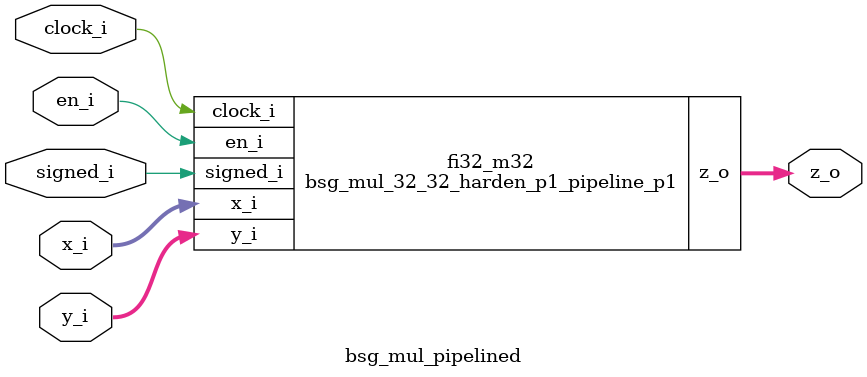
<source format=v>


module top
(
  clock_i,
  en_i,
  x_i,
  y_i,
  signed_i,
  z_o
);

  input [31:0] x_i;
  input [31:0] y_i;
  output [63:0] z_o;
  input clock_i;
  input en_i;
  input signed_i;

  bsg_mul_pipelined
  wrapper
  (
    .x_i(x_i),
    .y_i(y_i),
    .z_o(z_o),
    .clock_i(clock_i),
    .en_i(en_i),
    .signed_i(signed_i)
  );


endmodule



module bsg_mul_SDN_width_p32
(
  x_i,
  signed_i,
  SDN_o
);

  input [31:0] x_i;
  output [50:0] SDN_o;
  input signed_i;
  wire [50:0] SDN_o;
  wire N0,N1,N2,N3,N4,N5,N6,N7,N8,N9,N10,N11,N12,N13,N14,N15,N16,N17,N18,N19,N20,N21,
  N22,N23,N24,N25,N26,N27,N28,N29,N30,N31,N32,N33,N34,N35,N36,N37,N38,N39,N40,N41,
  N42,N43,N44,N45,N46,N47,N48,N49,N50,N51,N52,N53,N54,N55,N56,N57,N58,N59,N60,N61,
  N62,N63,N64,N65,N66,N67,N68,N69,N70,N71,N72,N73,N74,N75,N76,N77,N78,N79,N80,N81,
  N82,N83,N84,N85,N86,N87,N88,N89,N90,N91,N92,N93,N94,N95,N96,N97,N98,N99,N100,N101,
  N102;
  wire [1:0] rof_16__trip;
  assign SDN_o[45] = x_i[31];
  assign SDN_o[42] = x_i[29];
  assign SDN_o[39] = x_i[27];
  assign SDN_o[36] = x_i[25];
  assign SDN_o[33] = x_i[23];
  assign SDN_o[30] = x_i[21];
  assign SDN_o[27] = x_i[19];
  assign SDN_o[24] = x_i[17];
  assign SDN_o[21] = x_i[15];
  assign SDN_o[18] = x_i[13];
  assign SDN_o[15] = x_i[11];
  assign SDN_o[12] = x_i[9];
  assign SDN_o[9] = x_i[7];
  assign SDN_o[6] = x_i[5];
  assign SDN_o[3] = x_i[3];
  assign SDN_o[0] = x_i[1];
  assign SDN_o[1] = N2 | N5;
  assign N2 = N0 & N1;
  assign N0 = x_i[0] & 1'b0;
  assign N1 = ~x_i[1];
  assign N5 = N4 & x_i[1];
  assign N4 = ~N3;
  assign N3 = x_i[0] | 1'b0;
  assign SDN_o[2] = 1'b0 ^ x_i[0];
  assign SDN_o[4] = N8 | N11;
  assign N8 = N6 & N7;
  assign N6 = x_i[2] & x_i[1];
  assign N7 = ~x_i[3];
  assign N11 = N10 & x_i[3];
  assign N10 = ~N9;
  assign N9 = x_i[2] | x_i[1];
  assign SDN_o[5] = x_i[1] ^ x_i[2];
  assign SDN_o[7] = N14 | N17;
  assign N14 = N12 & N13;
  assign N12 = x_i[4] & x_i[3];
  assign N13 = ~x_i[5];
  assign N17 = N16 & x_i[5];
  assign N16 = ~N15;
  assign N15 = x_i[4] | x_i[3];
  assign SDN_o[8] = x_i[3] ^ x_i[4];
  assign SDN_o[10] = N20 | N23;
  assign N20 = N18 & N19;
  assign N18 = x_i[6] & x_i[5];
  assign N19 = ~x_i[7];
  assign N23 = N22 & x_i[7];
  assign N22 = ~N21;
  assign N21 = x_i[6] | x_i[5];
  assign SDN_o[11] = x_i[5] ^ x_i[6];
  assign SDN_o[13] = N26 | N29;
  assign N26 = N24 & N25;
  assign N24 = x_i[8] & x_i[7];
  assign N25 = ~x_i[9];
  assign N29 = N28 & x_i[9];
  assign N28 = ~N27;
  assign N27 = x_i[8] | x_i[7];
  assign SDN_o[14] = x_i[7] ^ x_i[8];
  assign SDN_o[16] = N32 | N35;
  assign N32 = N30 & N31;
  assign N30 = x_i[10] & x_i[9];
  assign N31 = ~x_i[11];
  assign N35 = N34 & x_i[11];
  assign N34 = ~N33;
  assign N33 = x_i[10] | x_i[9];
  assign SDN_o[17] = x_i[9] ^ x_i[10];
  assign SDN_o[19] = N38 | N41;
  assign N38 = N36 & N37;
  assign N36 = x_i[12] & x_i[11];
  assign N37 = ~x_i[13];
  assign N41 = N40 & x_i[13];
  assign N40 = ~N39;
  assign N39 = x_i[12] | x_i[11];
  assign SDN_o[20] = x_i[11] ^ x_i[12];
  assign SDN_o[22] = N44 | N47;
  assign N44 = N42 & N43;
  assign N42 = x_i[14] & x_i[13];
  assign N43 = ~x_i[15];
  assign N47 = N46 & x_i[15];
  assign N46 = ~N45;
  assign N45 = x_i[14] | x_i[13];
  assign SDN_o[23] = x_i[13] ^ x_i[14];
  assign SDN_o[25] = N50 | N53;
  assign N50 = N48 & N49;
  assign N48 = x_i[16] & x_i[15];
  assign N49 = ~x_i[17];
  assign N53 = N52 & x_i[17];
  assign N52 = ~N51;
  assign N51 = x_i[16] | x_i[15];
  assign SDN_o[26] = x_i[15] ^ x_i[16];
  assign SDN_o[28] = N56 | N59;
  assign N56 = N54 & N55;
  assign N54 = x_i[18] & x_i[17];
  assign N55 = ~x_i[19];
  assign N59 = N58 & x_i[19];
  assign N58 = ~N57;
  assign N57 = x_i[18] | x_i[17];
  assign SDN_o[29] = x_i[17] ^ x_i[18];
  assign SDN_o[31] = N62 | N65;
  assign N62 = N60 & N61;
  assign N60 = x_i[20] & x_i[19];
  assign N61 = ~x_i[21];
  assign N65 = N64 & x_i[21];
  assign N64 = ~N63;
  assign N63 = x_i[20] | x_i[19];
  assign SDN_o[32] = x_i[19] ^ x_i[20];
  assign SDN_o[34] = N68 | N71;
  assign N68 = N66 & N67;
  assign N66 = x_i[22] & x_i[21];
  assign N67 = ~x_i[23];
  assign N71 = N70 & x_i[23];
  assign N70 = ~N69;
  assign N69 = x_i[22] | x_i[21];
  assign SDN_o[35] = x_i[21] ^ x_i[22];
  assign SDN_o[37] = N74 | N77;
  assign N74 = N72 & N73;
  assign N72 = x_i[24] & x_i[23];
  assign N73 = ~x_i[25];
  assign N77 = N76 & x_i[25];
  assign N76 = ~N75;
  assign N75 = x_i[24] | x_i[23];
  assign SDN_o[38] = x_i[23] ^ x_i[24];
  assign SDN_o[40] = N80 | N83;
  assign N80 = N78 & N79;
  assign N78 = x_i[26] & x_i[25];
  assign N79 = ~x_i[27];
  assign N83 = N82 & x_i[27];
  assign N82 = ~N81;
  assign N81 = x_i[26] | x_i[25];
  assign SDN_o[41] = x_i[25] ^ x_i[26];
  assign SDN_o[43] = N86 | N89;
  assign N86 = N84 & N85;
  assign N84 = x_i[28] & x_i[27];
  assign N85 = ~x_i[29];
  assign N89 = N88 & x_i[29];
  assign N88 = ~N87;
  assign N87 = x_i[28] | x_i[27];
  assign SDN_o[44] = x_i[27] ^ x_i[28];
  assign SDN_o[46] = N92 | N95;
  assign N92 = N90 & N91;
  assign N90 = x_i[30] & x_i[29];
  assign N91 = ~x_i[31];
  assign N95 = N94 & x_i[31];
  assign N94 = ~N93;
  assign N93 = x_i[30] | x_i[29];
  assign SDN_o[47] = x_i[29] ^ x_i[30];
  assign SDN_o[48] = 1'b0 & N96;
  assign N96 = ~signed_i;
  assign rof_16__trip[1] = 1'b0 & N96;
  assign rof_16__trip[0] = x_i[31] & N96;
  assign SDN_o[49] = N99 | N102;
  assign N99 = N97 & N98;
  assign N97 = rof_16__trip[1] & rof_16__trip[0];
  assign N98 = ~SDN_o[48];
  assign N102 = N101 & SDN_o[48];
  assign N101 = ~N100;
  assign N100 = rof_16__trip[1] | rof_16__trip[0];
  assign SDN_o[50] = rof_16__trip[0] ^ rof_16__trip[1];

endmodule



module bsg_mul_csa
(
  x_i,
  y_i,
  z_i,
  c_o,
  s_o
);

  input x_i;
  input y_i;
  input z_i;
  output c_o;
  output s_o;
  wire c_o,s_o,N0,N1;
  assign { N1, N0 } = x_i + y_i;
  assign { c_o, s_o } = { N1, N0 } + z_i;

endmodule



module bsg_mul_comp42
(
  i,
  cr_i,
  cl_o,
  c_o,
  s_o
);

  input [3:0] i;
  input cr_i;
  output cl_o;
  output c_o;
  output s_o;
  wire cl_o,c_o,s_o,tmp;

  bsg_mul_csa
  csa_1
  (
    .x_i(i[0]),
    .y_i(i[1]),
    .z_i(i[2]),
    .c_o(cl_o),
    .s_o(tmp)
  );


  bsg_mul_csa
  csa_2
  (
    .x_i(i[3]),
    .y_i(tmp),
    .z_i(cr_i),
    .c_o(c_o),
    .s_o(s_o)
  );


endmodule



module bsg_mul_booth_4_block_000002_000000_00000c_000000
(
  SDN_i,
  cr_i,
  y_i,
  cl_o,
  c_o,
  s_o
);

  input [14:0] SDN_i;
  input [7:0] y_i;
  input cr_i;
  output cl_o;
  output c_o;
  output s_o;
  wire cl_o,c_o,s_o,N0,N1,N2;
  wire [0:0] dot_vals;

  bsg_mul_comp42
  c
  (
    .i({ 1'b0, 1'b0, SDN_i[3:3], dot_vals[0:0] }),
    .cr_i(cr_i),
    .cl_o(cl_o),
    .c_o(c_o),
    .s_o(s_o)
  );

  assign dot_vals[0] = N2 ^ SDN_i[3];
  assign N2 = N0 | N1;
  assign N0 = SDN_i[5] & y_i[1];
  assign N1 = SDN_i[4] & y_i[0];

endmodule



module bsg_mul_booth_4_block_000000_000000_00000e_000000
(
  SDN_i,
  cr_i,
  y_i,
  cl_o,
  c_o,
  s_o
);

  input [14:0] SDN_i;
  input [7:0] y_i;
  input cr_i;
  output cl_o;
  output c_o;
  output s_o;
  wire cl_o,c_o,s_o,N0,N1,N2;
  wire [0:0] dot_vals;

  bsg_mul_comp42
  c
  (
    .i({ 1'b0, 1'b0, 1'b0, dot_vals[0:0] }),
    .cr_i(cr_i),
    .cl_o(cl_o),
    .c_o(c_o),
    .s_o(s_o)
  );

  assign dot_vals[0] = N2 ^ SDN_i[3];
  assign N2 = N0 | N1;
  assign N0 = SDN_i[5] & y_i[1];
  assign N1 = SDN_i[4] & y_i[0];

endmodule



module bsg_mul_booth_4_block_000004_000000_000008_000000
(
  SDN_i,
  cr_i,
  y_i,
  cl_o,
  c_o,
  s_o
);

  input [14:0] SDN_i;
  input [7:0] y_i;
  input cr_i;
  output cl_o;
  output c_o;
  output s_o;
  wire cl_o,c_o,s_o,N0,N1,N2,N3,N4,N5;
  wire [1:0] dot_vals;

  bsg_mul_comp42
  c
  (
    .i({ 1'b0, SDN_i[6:6], dot_vals }),
    .cr_i(cr_i),
    .cl_o(cl_o),
    .c_o(c_o),
    .s_o(s_o)
  );

  assign dot_vals[0] = N2 ^ SDN_i[3];
  assign N2 = N0 | N1;
  assign N0 = SDN_i[5] & y_i[1];
  assign N1 = SDN_i[4] & y_i[0];
  assign dot_vals[1] = N5 ^ SDN_i[6];
  assign N5 = N3 | N4;
  assign N3 = SDN_i[8] & y_i[3];
  assign N4 = SDN_i[7] & y_i[2];

endmodule



module bsg_mul_booth_4_block_000000_000000_00000c_000000
(
  SDN_i,
  cr_i,
  y_i,
  cl_o,
  c_o,
  s_o
);

  input [14:0] SDN_i;
  input [7:0] y_i;
  input cr_i;
  output cl_o;
  output c_o;
  output s_o;
  wire cl_o,c_o,s_o,N0,N1,N2,N3,N4,N5;
  wire [1:0] dot_vals;

  bsg_mul_comp42
  c
  (
    .i({ 1'b0, 1'b0, dot_vals }),
    .cr_i(cr_i),
    .cl_o(cl_o),
    .c_o(c_o),
    .s_o(s_o)
  );

  assign dot_vals[0] = N2 ^ SDN_i[3];
  assign N2 = N0 | N1;
  assign N0 = SDN_i[5] & y_i[1];
  assign N1 = SDN_i[4] & y_i[0];
  assign dot_vals[1] = N5 ^ SDN_i[6];
  assign N5 = N3 | N4;
  assign N3 = SDN_i[8] & y_i[3];
  assign N4 = SDN_i[7] & y_i[2];

endmodule



module bsg_mul_booth_4_block_000008_000000_000000_000000
(
  SDN_i,
  cr_i,
  y_i,
  cl_o,
  c_o,
  s_o
);

  input [14:0] SDN_i;
  input [7:0] y_i;
  input cr_i;
  output cl_o;
  output c_o;
  output s_o;
  wire cl_o,c_o,s_o,N0,N1,N2,N3,N4,N5,N6,N7,N8;
  wire [2:0] dot_vals;

  bsg_mul_comp42
  c
  (
    .i({ SDN_i[9:9], dot_vals }),
    .cr_i(cr_i),
    .cl_o(cl_o),
    .c_o(c_o),
    .s_o(s_o)
  );

  assign dot_vals[0] = N2 ^ SDN_i[3];
  assign N2 = N0 | N1;
  assign N0 = SDN_i[5] & y_i[1];
  assign N1 = SDN_i[4] & y_i[0];
  assign dot_vals[1] = N5 ^ SDN_i[6];
  assign N5 = N3 | N4;
  assign N3 = SDN_i[8] & y_i[3];
  assign N4 = SDN_i[7] & y_i[2];
  assign dot_vals[2] = N8 ^ SDN_i[9];
  assign N8 = N6 | N7;
  assign N6 = SDN_i[11] & y_i[5];
  assign N7 = SDN_i[10] & y_i[4];

endmodule



module bsg_mul_booth_4_block_000000_000000_000008_000000
(
  SDN_i,
  cr_i,
  y_i,
  cl_o,
  c_o,
  s_o
);

  input [14:0] SDN_i;
  input [7:0] y_i;
  input cr_i;
  output cl_o;
  output c_o;
  output s_o;
  wire cl_o,c_o,s_o,N0,N1,N2,N3,N4,N5,N6,N7,N8;
  wire [2:0] dot_vals;

  bsg_mul_comp42
  c
  (
    .i({ 1'b0, dot_vals }),
    .cr_i(cr_i),
    .cl_o(cl_o),
    .c_o(c_o),
    .s_o(s_o)
  );

  assign dot_vals[0] = N2 ^ SDN_i[3];
  assign N2 = N0 | N1;
  assign N0 = SDN_i[5] & y_i[1];
  assign N1 = SDN_i[4] & y_i[0];
  assign dot_vals[1] = N5 ^ SDN_i[6];
  assign N5 = N3 | N4;
  assign N3 = SDN_i[8] & y_i[3];
  assign N4 = SDN_i[7] & y_i[2];
  assign dot_vals[2] = N8 ^ SDN_i[9];
  assign N8 = N6 | N7;
  assign N6 = SDN_i[11] & y_i[5];
  assign N7 = SDN_i[10] & y_i[4];

endmodule



module bsg_mul_booth_4_block_rep_00000006_080402_000000_80c8ec_000000
(
  SDN_i,
  cr_i,
  y_vec_i,
  cl_o,
  c_o,
  s_o
);

  input [14:0] SDN_i;
  input [47:0] y_vec_i;
  output [5:0] c_o;
  output [5:0] s_o;
  input cr_i;
  output cl_o;
  wire [5:0] c_o,s_o;
  wire cl_o;
  wire [5:1] ci_local;

  bsg_mul_booth_4_block_000002_000000_00000c_000000
  rof_0__b4b
  (
    .SDN_i(SDN_i),
    .cr_i(cr_i),
    .y_i(y_vec_i[7:0]),
    .cl_o(ci_local[1]),
    .c_o(c_o[0]),
    .s_o(s_o[0])
  );


  bsg_mul_booth_4_block_000000_000000_00000e_000000
  rof_1__b4b
  (
    .SDN_i(SDN_i),
    .cr_i(ci_local[1]),
    .y_i(y_vec_i[15:8]),
    .cl_o(ci_local[2]),
    .c_o(c_o[1]),
    .s_o(s_o[1])
  );


  bsg_mul_booth_4_block_000004_000000_000008_000000
  rof_2__b4b
  (
    .SDN_i(SDN_i),
    .cr_i(ci_local[2]),
    .y_i(y_vec_i[23:16]),
    .cl_o(ci_local[3]),
    .c_o(c_o[2]),
    .s_o(s_o[2])
  );


  bsg_mul_booth_4_block_000000_000000_00000c_000000
  rof_3__b4b
  (
    .SDN_i(SDN_i),
    .cr_i(ci_local[3]),
    .y_i(y_vec_i[31:24]),
    .cl_o(ci_local[4]),
    .c_o(c_o[3]),
    .s_o(s_o[3])
  );


  bsg_mul_booth_4_block_000008_000000_000000_000000
  rof_4__b4b
  (
    .SDN_i(SDN_i),
    .cr_i(ci_local[4]),
    .y_i(y_vec_i[39:32]),
    .cl_o(ci_local[5]),
    .c_o(c_o[4]),
    .s_o(s_o[4])
  );


  bsg_mul_booth_4_block_000000_000000_000008_000000
  rof_5__b4b
  (
    .SDN_i(SDN_i),
    .cr_i(ci_local[5]),
    .y_i(y_vec_i[47:40]),
    .cl_o(cl_o),
    .c_o(c_o[5]),
    .s_o(s_o[5])
  );


endmodule



module bsg_mul_B4B_rep_00000006_00000000000000_32_080402_000000_80c8ec_000000_1
(
  SDN_i,
  cr_i,
  y_i,
  signed_i,
  cl_o,
  c_o,
  s_o
);

  input [14:0] SDN_i;
  input [31:0] y_i;
  output [5:0] c_o;
  output [5:0] s_o;
  input cr_i;
  input signed_i;
  output cl_o;
  wire [5:0] c_o,s_o;
  wire cl_o;

  bsg_mul_booth_4_block_rep_00000006_080402_000000_80c8ec_000000
  bb4bh
  (
    .SDN_i(SDN_i),
    .cr_i(cr_i),
    .y_vec_i({ 1'b0, 1'b0, y_i[1:0], y_i[3:2], y_i[5:4], 1'b0, 1'b0, y_i[0:0], 1'b0, y_i[2:1], y_i[4:3], 1'b0, 1'b0, 1'b0, 1'b0, y_i[1:0], y_i[3:2], 1'b0, 1'b0, 1'b0, 1'b0, y_i[0:0], 1'b0, y_i[2:1], 1'b0, 1'b0, 1'b0, 1'b0, 1'b0, 1'b0, y_i[1:0], 1'b0, 1'b0, 1'b0, 1'b0, 1'b0, 1'b0, y_i[0:0], 1'b0 }),
    .cl_o(cl_o),
    .c_o(c_o),
    .s_o(s_o)
  );


endmodule



module bsg_mul_booth_4_block_00000000_00000000_00000000_00000000
(
  SDN_i,
  cr_i,
  y_i,
  cl_o,
  c_o,
  s_o
);

  input [14:0] SDN_i;
  input [7:0] y_i;
  input cr_i;
  output cl_o;
  output c_o;
  output s_o;
  wire cl_o,c_o,s_o,N0,N1,N2,N3,N4,N5,N6,N7,N8,N9,N10,N11;
  wire [3:0] dot_vals;

  bsg_mul_comp42
  c
  (
    .i(dot_vals),
    .cr_i(cr_i),
    .cl_o(cl_o),
    .c_o(c_o),
    .s_o(s_o)
  );

  assign dot_vals[0] = N2 ^ SDN_i[3];
  assign N2 = N0 | N1;
  assign N0 = SDN_i[5] & y_i[1];
  assign N1 = SDN_i[4] & y_i[0];
  assign dot_vals[1] = N5 ^ SDN_i[6];
  assign N5 = N3 | N4;
  assign N3 = SDN_i[8] & y_i[3];
  assign N4 = SDN_i[7] & y_i[2];
  assign dot_vals[2] = N8 ^ SDN_i[9];
  assign N8 = N6 | N7;
  assign N6 = SDN_i[11] & y_i[5];
  assign N7 = SDN_i[10] & y_i[4];
  assign dot_vals[3] = N11 ^ SDN_i[12];
  assign N11 = N9 | N10;
  assign N9 = SDN_i[14] & y_i[7];
  assign N10 = SDN_i[13] & y_i[6];

endmodule



module bsg_mul_booth_4_block_rep_00000008_00000000_00000000_00000000_00000000
(
  SDN_i,
  cr_i,
  y_vec_i,
  cl_o,
  c_o,
  s_o
);

  input [14:0] SDN_i;
  input [63:0] y_vec_i;
  output [7:0] c_o;
  output [7:0] s_o;
  input cr_i;
  output cl_o;
  wire [7:0] c_o,s_o;
  wire cl_o;
  wire [7:1] ci_local;

  bsg_mul_booth_4_block_00000000_00000000_00000000_00000000
  rof_0__b4b
  (
    .SDN_i(SDN_i),
    .cr_i(cr_i),
    .y_i(y_vec_i[7:0]),
    .cl_o(ci_local[1]),
    .c_o(c_o[0]),
    .s_o(s_o[0])
  );


  bsg_mul_booth_4_block_00000000_00000000_00000000_00000000
  rof_1__b4b
  (
    .SDN_i(SDN_i),
    .cr_i(ci_local[1]),
    .y_i(y_vec_i[15:8]),
    .cl_o(ci_local[2]),
    .c_o(c_o[1]),
    .s_o(s_o[1])
  );


  bsg_mul_booth_4_block_00000000_00000000_00000000_00000000
  rof_2__b4b
  (
    .SDN_i(SDN_i),
    .cr_i(ci_local[2]),
    .y_i(y_vec_i[23:16]),
    .cl_o(ci_local[3]),
    .c_o(c_o[2]),
    .s_o(s_o[2])
  );


  bsg_mul_booth_4_block_00000000_00000000_00000000_00000000
  rof_3__b4b
  (
    .SDN_i(SDN_i),
    .cr_i(ci_local[3]),
    .y_i(y_vec_i[31:24]),
    .cl_o(ci_local[4]),
    .c_o(c_o[3]),
    .s_o(s_o[3])
  );


  bsg_mul_booth_4_block_00000000_00000000_00000000_00000000
  rof_4__b4b
  (
    .SDN_i(SDN_i),
    .cr_i(ci_local[4]),
    .y_i(y_vec_i[39:32]),
    .cl_o(ci_local[5]),
    .c_o(c_o[4]),
    .s_o(s_o[4])
  );


  bsg_mul_booth_4_block_00000000_00000000_00000000_00000000
  rof_5__b4b
  (
    .SDN_i(SDN_i),
    .cr_i(ci_local[5]),
    .y_i(y_vec_i[47:40]),
    .cl_o(ci_local[6]),
    .c_o(c_o[5]),
    .s_o(s_o[5])
  );


  bsg_mul_booth_4_block_00000000_00000000_00000000_00000000
  rof_6__b4b
  (
    .SDN_i(SDN_i),
    .cr_i(ci_local[6]),
    .y_i(y_vec_i[55:48]),
    .cl_o(ci_local[7]),
    .c_o(c_o[6]),
    .s_o(s_o[6])
  );


  bsg_mul_booth_4_block_00000000_00000000_00000000_00000000
  rof_7__b4b
  (
    .SDN_i(SDN_i),
    .cr_i(ci_local[7]),
    .y_i(y_vec_i[63:56]),
    .cl_o(cl_o),
    .c_o(c_o[7]),
    .s_o(s_o[7])
  );


endmodule



module bsg_mul_B4B_rep_00000008_00000000000006_32_00000000_00000000_00000000_00000000_1
(
  SDN_i,
  cr_i,
  y_i,
  signed_i,
  cl_o,
  c_o,
  s_o
);

  input [14:0] SDN_i;
  input [31:0] y_i;
  output [7:0] c_o;
  output [7:0] s_o;
  input cr_i;
  input signed_i;
  output cl_o;
  wire [7:0] c_o,s_o;
  wire cl_o;

  bsg_mul_booth_4_block_rep_00000008_00000000_00000000_00000000_00000000
  bb4bh
  (
    .SDN_i(SDN_i),
    .cr_i(cr_i),
    .y_vec_i({ y_i[7:6], y_i[9:8], y_i[11:10], y_i[13:12], y_i[6:5], y_i[8:7], y_i[10:9], y_i[12:11], y_i[5:4], y_i[7:6], y_i[9:8], y_i[11:10], y_i[4:3], y_i[6:5], y_i[8:7], y_i[10:9], y_i[3:2], y_i[5:4], y_i[7:6], y_i[9:8], y_i[2:1], y_i[4:3], y_i[6:5], y_i[8:7], y_i[1:0], y_i[3:2], y_i[5:4], y_i[7:6], y_i[0:0], 1'b0, y_i[2:1], y_i[4:3], y_i[6:5] }),
    .cl_o(cl_o),
    .c_o(c_o),
    .s_o(s_o)
  );


endmodule



module bsg_mul_B4B_rep_00000008_0000000000000e_32_00000000_00000000_00000000_00000000_1
(
  SDN_i,
  cr_i,
  y_i,
  signed_i,
  cl_o,
  c_o,
  s_o
);

  input [14:0] SDN_i;
  input [31:0] y_i;
  output [7:0] c_o;
  output [7:0] s_o;
  input cr_i;
  input signed_i;
  output cl_o;
  wire [7:0] c_o,s_o;
  wire cl_o;

  bsg_mul_booth_4_block_rep_00000008_00000000_00000000_00000000_00000000
  bb4bh
  (
    .SDN_i(SDN_i),
    .cr_i(cr_i),
    .y_vec_i({ y_i[15:14], y_i[17:16], y_i[19:18], y_i[21:20], y_i[14:13], y_i[16:15], y_i[18:17], y_i[20:19], y_i[13:12], y_i[15:14], y_i[17:16], y_i[19:18], y_i[12:11], y_i[14:13], y_i[16:15], y_i[18:17], y_i[11:10], y_i[13:12], y_i[15:14], y_i[17:16], y_i[10:9], y_i[12:11], y_i[14:13], y_i[16:15], y_i[9:8], y_i[11:10], y_i[13:12], y_i[15:14], y_i[8:7], y_i[10:9], y_i[12:11], y_i[14:13] }),
    .cl_o(cl_o),
    .c_o(c_o),
    .s_o(s_o)
  );


endmodule



module bsg_mul_B4B_rep_00000008_00000000000016_32_00000000_00000000_00000000_00000000_1
(
  SDN_i,
  cr_i,
  y_i,
  signed_i,
  cl_o,
  c_o,
  s_o
);

  input [14:0] SDN_i;
  input [31:0] y_i;
  output [7:0] c_o;
  output [7:0] s_o;
  input cr_i;
  input signed_i;
  output cl_o;
  wire [7:0] c_o,s_o;
  wire cl_o;

  bsg_mul_booth_4_block_rep_00000008_00000000_00000000_00000000_00000000
  bb4bh
  (
    .SDN_i(SDN_i),
    .cr_i(cr_i),
    .y_vec_i({ y_i[23:22], y_i[25:24], y_i[27:26], y_i[29:28], y_i[22:21], y_i[24:23], y_i[26:25], y_i[28:27], y_i[21:20], y_i[23:22], y_i[25:24], y_i[27:26], y_i[20:19], y_i[22:21], y_i[24:23], y_i[26:25], y_i[19:18], y_i[21:20], y_i[23:22], y_i[25:24], y_i[18:17], y_i[20:19], y_i[22:21], y_i[24:23], y_i[17:16], y_i[19:18], y_i[21:20], y_i[23:22], y_i[16:15], y_i[18:17], y_i[20:19], y_i[22:21] }),
    .cl_o(cl_o),
    .c_o(c_o),
    .s_o(s_o)
  );


endmodule



module bsg_mul_booth_4_block_00000_00000_00000_00000
(
  SDN_i,
  cr_i,
  y_i,
  cl_o,
  c_o,
  s_o
);

  input [14:0] SDN_i;
  input [7:0] y_i;
  input cr_i;
  output cl_o;
  output c_o;
  output s_o;
  wire cl_o,c_o,s_o,N0,N1,N2,N3,N4,N5,N6,N7,N8,N9,N10,N11;
  wire [3:0] dot_vals;

  bsg_mul_comp42
  c
  (
    .i(dot_vals),
    .cr_i(cr_i),
    .cl_o(cl_o),
    .c_o(c_o),
    .s_o(s_o)
  );

  assign dot_vals[0] = N2 ^ SDN_i[3];
  assign N2 = N0 | N1;
  assign N0 = SDN_i[5] & y_i[1];
  assign N1 = SDN_i[4] & y_i[0];
  assign dot_vals[1] = N5 ^ SDN_i[6];
  assign N5 = N3 | N4;
  assign N3 = SDN_i[8] & y_i[3];
  assign N4 = SDN_i[7] & y_i[2];
  assign dot_vals[2] = N8 ^ SDN_i[9];
  assign N8 = N6 | N7;
  assign N6 = SDN_i[11] & y_i[5];
  assign N7 = SDN_i[10] & y_i[4];
  assign dot_vals[3] = N11 ^ SDN_i[12];
  assign N11 = N9 | N10;
  assign N9 = SDN_i[14] & y_i[7];
  assign N10 = SDN_i[13] & y_i[6];

endmodule



module bsg_mul_booth_4_block_rep_00000005_00000_00000_00000_00000
(
  SDN_i,
  cr_i,
  y_vec_i,
  cl_o,
  c_o,
  s_o
);

  input [14:0] SDN_i;
  input [39:0] y_vec_i;
  output [4:0] c_o;
  output [4:0] s_o;
  input cr_i;
  output cl_o;
  wire [4:0] c_o,s_o;
  wire cl_o;
  wire [4:1] ci_local;

  bsg_mul_booth_4_block_00000_00000_00000_00000
  rof_0__b4b
  (
    .SDN_i(SDN_i),
    .cr_i(cr_i),
    .y_i(y_vec_i[7:0]),
    .cl_o(ci_local[1]),
    .c_o(c_o[0]),
    .s_o(s_o[0])
  );


  bsg_mul_booth_4_block_00000_00000_00000_00000
  rof_1__b4b
  (
    .SDN_i(SDN_i),
    .cr_i(ci_local[1]),
    .y_i(y_vec_i[15:8]),
    .cl_o(ci_local[2]),
    .c_o(c_o[1]),
    .s_o(s_o[1])
  );


  bsg_mul_booth_4_block_00000_00000_00000_00000
  rof_2__b4b
  (
    .SDN_i(SDN_i),
    .cr_i(ci_local[2]),
    .y_i(y_vec_i[23:16]),
    .cl_o(ci_local[3]),
    .c_o(c_o[2]),
    .s_o(s_o[2])
  );


  bsg_mul_booth_4_block_00000_00000_00000_00000
  rof_3__b4b
  (
    .SDN_i(SDN_i),
    .cr_i(ci_local[3]),
    .y_i(y_vec_i[31:24]),
    .cl_o(ci_local[4]),
    .c_o(c_o[3]),
    .s_o(s_o[3])
  );


  bsg_mul_booth_4_block_00000_00000_00000_00000
  rof_4__b4b
  (
    .SDN_i(SDN_i),
    .cr_i(ci_local[4]),
    .y_i(y_vec_i[39:32]),
    .cl_o(cl_o),
    .c_o(c_o[4]),
    .s_o(s_o[4])
  );


endmodule



module bsg_mul_B4B_rep_00000005_0000000000001e_32_00000_00000_00000_00000_1
(
  SDN_i,
  cr_i,
  y_i,
  signed_i,
  cl_o,
  c_o,
  s_o
);

  input [14:0] SDN_i;
  input [31:0] y_i;
  output [4:0] c_o;
  output [4:0] s_o;
  input cr_i;
  input signed_i;
  output cl_o;
  wire [4:0] c_o,s_o;
  wire cl_o;
  wire [43:41] y_pad;

  bsg_mul_booth_4_block_rep_00000005_00000_00000_00000_00000
  bb4bh
  (
    .SDN_i(SDN_i),
    .cr_i(cr_i),
    .y_vec_i({ y_i[28:27], y_i[30:29], y_pad[41:41], y_i[31:31], y_pad[43:42], y_i[27:26], y_i[29:28], y_i[31:30], y_pad[42:41], y_i[26:25], y_i[28:27], y_i[30:29], y_pad[41:41], y_i[31:31], y_i[25:24], y_i[27:26], y_i[29:28], y_i[31:30], y_i[24:23], y_i[26:25], y_i[28:27], y_i[30:29] }),
    .cl_o(cl_o),
    .c_o(c_o),
    .s_o(s_o)
  );

  assign y_pad[43] = y_i[31] & signed_i;
  assign y_pad[42] = y_i[31] & signed_i;
  assign y_pad[41] = y_i[31] & signed_i;

endmodule



module bsg_mul_booth_4_block_000000_000003_000000_000000
(
  SDN_i,
  cr_i,
  y_i,
  cl_o,
  c_o,
  s_o
);

  input [14:0] SDN_i;
  input [7:0] y_i;
  input cr_i;
  output cl_o;
  output c_o;
  output s_o;
  wire cl_o,c_o,s_o,N0,N1,N2,N3,N4,N5,N6,N7,N8,N9,N10,N11,N12,N13;
  wire [3:0] dot_vals;

  bsg_mul_comp42
  c
  (
    .i(dot_vals),
    .cr_i(cr_i),
    .cl_o(cl_o),
    .c_o(c_o),
    .s_o(s_o)
  );

  assign N0 = N4 ^ SDN_i[3];
  assign N4 = N2 | N3;
  assign N2 = SDN_i[5] & y_i[1];
  assign N3 = SDN_i[4] & y_i[0];
  assign dot_vals[0] = ~N0;
  assign N1 = N7 ^ SDN_i[6];
  assign N7 = N5 | N6;
  assign N5 = SDN_i[8] & y_i[3];
  assign N6 = SDN_i[7] & y_i[2];
  assign dot_vals[1] = ~N1;
  assign dot_vals[2] = N10 ^ SDN_i[9];
  assign N10 = N8 | N9;
  assign N8 = SDN_i[11] & y_i[5];
  assign N9 = SDN_i[10] & y_i[4];
  assign dot_vals[3] = N13 ^ SDN_i[12];
  assign N13 = N11 | N12;
  assign N11 = SDN_i[14] & y_i[7];
  assign N12 = SDN_i[13] & y_i[6];

endmodule



module bsg_mul_booth_4_block_000000_000000_000001_000002
(
  SDN_i,
  cr_i,
  y_i,
  cl_o,
  c_o,
  s_o
);

  input [14:0] SDN_i;
  input [7:0] y_i;
  input cr_i;
  output cl_o;
  output c_o;
  output s_o;
  wire cl_o,c_o,s_o,N0,N1,N2,N3,N4,N5;
  wire [3:2] dot_vals;

  bsg_mul_comp42
  c
  (
    .i({ dot_vals, 1'b1, 1'b0 }),
    .cr_i(cr_i),
    .cl_o(cl_o),
    .c_o(c_o),
    .s_o(s_o)
  );

  assign dot_vals[2] = N2 ^ SDN_i[9];
  assign N2 = N0 | N1;
  assign N0 = SDN_i[11] & y_i[5];
  assign N1 = SDN_i[10] & y_i[4];
  assign dot_vals[3] = N5 ^ SDN_i[12];
  assign N5 = N3 | N4;
  assign N3 = SDN_i[14] & y_i[7];
  assign N4 = SDN_i[13] & y_i[6];

endmodule



module bsg_mul_booth_4_block_000000_000004_000003_000000
(
  SDN_i,
  cr_i,
  y_i,
  cl_o,
  c_o,
  s_o
);

  input [14:0] SDN_i;
  input [7:0] y_i;
  input cr_i;
  output cl_o;
  output c_o;
  output s_o;
  wire cl_o,c_o,s_o,N0,N1,N2,N3,N4,N5,N6;
  wire [3:2] dot_vals;

  bsg_mul_comp42
  c
  (
    .i({ dot_vals, 1'b0, 1'b0 }),
    .cr_i(cr_i),
    .cl_o(cl_o),
    .c_o(c_o),
    .s_o(s_o)
  );

  assign N0 = N3 ^ SDN_i[9];
  assign N3 = N1 | N2;
  assign N1 = SDN_i[11] & y_i[5];
  assign N2 = SDN_i[10] & y_i[4];
  assign dot_vals[2] = ~N0;
  assign dot_vals[3] = N6 ^ SDN_i[12];
  assign N6 = N4 | N5;
  assign N4 = SDN_i[14] & y_i[7];
  assign N5 = SDN_i[13] & y_i[6];

endmodule



module bsg_mul_booth_4_block_000000_000000_000003_000004
(
  SDN_i,
  cr_i,
  y_i,
  cl_o,
  c_o,
  s_o
);

  input [14:0] SDN_i;
  input [7:0] y_i;
  input cr_i;
  output cl_o;
  output c_o;
  output s_o;
  wire cl_o,c_o,s_o,N0,N1,N2;
  wire [3:3] dot_vals;

  bsg_mul_comp42
  c
  (
    .i({ dot_vals[3:3], 1'b1, 1'b0, 1'b0 }),
    .cr_i(cr_i),
    .cl_o(cl_o),
    .c_o(c_o),
    .s_o(s_o)
  );

  assign dot_vals[3] = N2 ^ SDN_i[12];
  assign N2 = N0 | N1;
  assign N0 = SDN_i[14] & y_i[7];
  assign N1 = SDN_i[13] & y_i[6];

endmodule



module bsg_mul_booth_4_block_000000_000008_000007_000000
(
  SDN_i,
  cr_i,
  y_i,
  cl_o,
  c_o,
  s_o
);

  input [14:0] SDN_i;
  input [7:0] y_i;
  input cr_i;
  output cl_o;
  output c_o;
  output s_o;
  wire cl_o,c_o,s_o,N0,N1,N2,N3;
  wire [3:3] dot_vals;

  bsg_mul_comp42
  c
  (
    .i({ dot_vals[3:3], 1'b0, 1'b0, 1'b0 }),
    .cr_i(cr_i),
    .cl_o(cl_o),
    .c_o(c_o),
    .s_o(s_o)
  );

  assign N0 = N3 ^ SDN_i[12];
  assign N3 = N1 | N2;
  assign N1 = SDN_i[14] & y_i[7];
  assign N2 = SDN_i[13] & y_i[6];
  assign dot_vals[3] = ~N0;

endmodule



module bsg_mul_booth_4_block_000000_000000_000007_000008
(
  SDN_i,
  cr_i,
  y_i,
  cl_o,
  c_o,
  s_o
);

  input [14:0] SDN_i;
  input [7:0] y_i;
  input cr_i;
  output cl_o;
  output c_o;
  output s_o;
  wire cl_o,c_o,s_o;

  bsg_mul_comp42
  c
  (
    .i({ 1'b1, 1'b0, 1'b0, 1'b0 }),
    .cr_i(cr_i),
    .cl_o(cl_o),
    .c_o(c_o),
    .s_o(s_o)
  );


endmodule



module bsg_mul_booth_4_block_rep_00000006_000000_080403_773310_804020
(
  SDN_i,
  cr_i,
  y_vec_i,
  cl_o,
  c_o,
  s_o
);

  input [14:0] SDN_i;
  input [47:0] y_vec_i;
  output [5:0] c_o;
  output [5:0] s_o;
  input cr_i;
  output cl_o;
  wire [5:0] c_o,s_o;
  wire cl_o;
  wire [5:1] ci_local;

  bsg_mul_booth_4_block_000000_000003_000000_000000
  rof_0__b4b
  (
    .SDN_i(SDN_i),
    .cr_i(cr_i),
    .y_i(y_vec_i[7:0]),
    .cl_o(ci_local[1]),
    .c_o(c_o[0]),
    .s_o(s_o[0])
  );


  bsg_mul_booth_4_block_000000_000000_000001_000002
  rof_1__b4b
  (
    .SDN_i(SDN_i),
    .cr_i(ci_local[1]),
    .y_i(y_vec_i[15:8]),
    .cl_o(ci_local[2]),
    .c_o(c_o[1]),
    .s_o(s_o[1])
  );


  bsg_mul_booth_4_block_000000_000004_000003_000000
  rof_2__b4b
  (
    .SDN_i(SDN_i),
    .cr_i(ci_local[2]),
    .y_i(y_vec_i[23:16]),
    .cl_o(ci_local[3]),
    .c_o(c_o[2]),
    .s_o(s_o[2])
  );


  bsg_mul_booth_4_block_000000_000000_000003_000004
  rof_3__b4b
  (
    .SDN_i(SDN_i),
    .cr_i(ci_local[3]),
    .y_i(y_vec_i[31:24]),
    .cl_o(ci_local[4]),
    .c_o(c_o[3]),
    .s_o(s_o[3])
  );


  bsg_mul_booth_4_block_000000_000008_000007_000000
  rof_4__b4b
  (
    .SDN_i(SDN_i),
    .cr_i(ci_local[4]),
    .y_i(y_vec_i[39:32]),
    .cl_o(ci_local[5]),
    .c_o(c_o[4]),
    .s_o(s_o[4])
  );


  bsg_mul_booth_4_block_000000_000000_000007_000008
  rof_5__b4b
  (
    .SDN_i(SDN_i),
    .cr_i(ci_local[5]),
    .y_i(y_vec_i[47:40]),
    .cl_o(cl_o),
    .c_o(c_o[5]),
    .s_o(s_o[5])
  );


endmodule



module bsg_mul_B4B_rep_00000006_00000000000023_32_000000_080403_773310_804020_1
(
  SDN_i,
  cr_i,
  y_i,
  signed_i,
  cl_o,
  c_o,
  s_o
);

  input [14:0] SDN_i;
  input [31:0] y_i;
  output [5:0] c_o;
  output [5:0] s_o;
  input cr_i;
  input signed_i;
  output cl_o;
  wire [5:0] c_o,s_o;
  wire cl_o;
  wire [48:41] y_pad;

  bsg_mul_booth_4_block_rep_00000006_000000_080403_773310_804020
  bb4bh
  (
    .SDN_i(SDN_i),
    .cr_i(cr_i),
    .y_vec_i({ y_pad[43:42], y_pad[45:44], y_pad[47:46], 1'b0, y_pad[48:48], y_pad[42:41], y_pad[44:43], y_pad[46:45], y_pad[48:47], y_pad[41:41], y_i[31:31], y_pad[43:42], y_pad[45:44], y_pad[47:46], y_i[31:30], y_pad[42:41], y_pad[44:43], y_pad[46:45], y_i[30:29], y_pad[41:41], y_i[31:31], y_pad[43:42], y_pad[45:44], y_i[29:28], y_i[31:30], y_pad[42:41], y_pad[44:43] }),
    .cl_o(cl_o),
    .c_o(c_o),
    .s_o(s_o)
  );

  assign y_pad[48] = y_i[31] & signed_i;
  assign y_pad[47] = y_i[31] & signed_i;
  assign y_pad[46] = y_i[31] & signed_i;
  assign y_pad[45] = y_i[31] & signed_i;
  assign y_pad[44] = y_i[31] & signed_i;
  assign y_pad[43] = y_i[31] & signed_i;
  assign y_pad[42] = y_i[31] & signed_i;
  assign y_pad[41] = y_i[31] & signed_i;

endmodule



module bsg_mul_B4B_rep_rep_6_41_29231e160e0600_0_32_1
(
  SDN_i,
  cr_i,
  y_i,
  signed_i,
  cl_o,
  c_o,
  s_o
);

  input [14:0] SDN_i;
  input [31:0] y_i;
  output [40:0] c_o;
  output [40:0] s_o;
  input cr_i;
  input signed_i;
  output cl_o;
  wire [40:0] c_o,s_o;
  wire cl_o;
  wire [5:1] carries;

  bsg_mul_B4B_rep_00000006_00000000000000_32_080402_000000_80c8ec_000000_1
  rof_0__br
  (
    .SDN_i(SDN_i),
    .cr_i(cr_i),
    .y_i(y_i),
    .signed_i(signed_i),
    .cl_o(carries[1]),
    .c_o(c_o[5:0]),
    .s_o(s_o[5:0])
  );


  bsg_mul_B4B_rep_00000008_00000000000006_32_00000000_00000000_00000000_00000000_1
  rof_1__br
  (
    .SDN_i(SDN_i),
    .cr_i(carries[1]),
    .y_i(y_i),
    .signed_i(signed_i),
    .cl_o(carries[2]),
    .c_o(c_o[13:6]),
    .s_o(s_o[13:6])
  );


  bsg_mul_B4B_rep_00000008_0000000000000e_32_00000000_00000000_00000000_00000000_1
  rof_2__br
  (
    .SDN_i(SDN_i),
    .cr_i(carries[2]),
    .y_i(y_i),
    .signed_i(signed_i),
    .cl_o(carries[3]),
    .c_o(c_o[21:14]),
    .s_o(s_o[21:14])
  );


  bsg_mul_B4B_rep_00000008_00000000000016_32_00000000_00000000_00000000_00000000_1
  rof_3__br
  (
    .SDN_i(SDN_i),
    .cr_i(carries[3]),
    .y_i(y_i),
    .signed_i(signed_i),
    .cl_o(carries[4]),
    .c_o(c_o[29:22]),
    .s_o(s_o[29:22])
  );


  bsg_mul_B4B_rep_00000005_0000000000001e_32_00000_00000_00000_00000_1
  rof_4__br
  (
    .SDN_i(SDN_i),
    .cr_i(carries[4]),
    .y_i(y_i),
    .signed_i(signed_i),
    .cl_o(carries[5]),
    .c_o(c_o[34:30]),
    .s_o(s_o[34:30])
  );


  bsg_mul_B4B_rep_00000006_00000000000023_32_000000_080403_773310_804020_1
  rof_5__br
  (
    .SDN_i(SDN_i),
    .cr_i(carries[5]),
    .y_i(y_i),
    .signed_i(signed_i),
    .cl_o(cl_o),
    .c_o(c_o[40:35]),
    .s_o(s_o[40:35])
  );


endmodule



module bsg_and_00000006_1
(
  a_i,
  b_i,
  o
);

  input [5:0] a_i;
  input [5:0] b_i;
  output [5:0] o;
  wire [5:0] o;
  assign o[5] = a_i[5] & b_i[5];
  assign o[4] = a_i[4] & b_i[4];
  assign o[3] = a_i[3] & b_i[3];
  assign o[2] = a_i[2] & b_i[2];
  assign o[1] = a_i[1] & b_i[1];
  assign o[0] = a_i[0] & b_i[0];

endmodule



module bsg_and_00000008_1
(
  a_i,
  b_i,
  o
);

  input [7:0] a_i;
  input [7:0] b_i;
  output [7:0] o;
  wire [7:0] o;
  assign o[7] = a_i[7] & b_i[7];
  assign o[6] = a_i[6] & b_i[6];
  assign o[5] = a_i[5] & b_i[5];
  assign o[4] = a_i[4] & b_i[4];
  assign o[3] = a_i[3] & b_i[3];
  assign o[2] = a_i[2] & b_i[2];
  assign o[1] = a_i[1] & b_i[1];
  assign o[0] = a_i[0] & b_i[0];

endmodule



module bsg_and_00000007_1
(
  a_i,
  b_i,
  o
);

  input [6:0] a_i;
  input [6:0] b_i;
  output [6:0] o;
  wire [6:0] o;
  assign o[6] = a_i[6] & b_i[6];
  assign o[5] = a_i[5] & b_i[5];
  assign o[4] = a_i[4] & b_i[4];
  assign o[3] = a_i[3] & b_i[3];
  assign o[2] = a_i[2] & b_i[2];
  assign o[1] = a_i[1] & b_i[1];
  assign o[0] = a_i[0] & b_i[0];

endmodule



module bsg_mul_green_booth_dots_32_1_5_221b130b0500
(
  SDN_i,
  y_i,
  dot_o
);

  input [5:0] SDN_i;
  input [31:0] y_i;
  output [33:0] dot_o;
  wire [33:0] dot_o;
  assign dot_o[1] = 1'b0;
  assign dot_o[0] = SDN_i[0];

  bsg_and_00000006_1
  blk_1__macro_ba
  (
    .a_i({ SDN_i[5:5], SDN_i[5:5], SDN_i[5:5], SDN_i[5:5], SDN_i[5:5], SDN_i[5:5] }),
    .b_i(y_i[8:3]),
    .o(dot_o[10:5])
  );


  bsg_and_00000008_1
  blk_2__macro_ba
  (
    .a_i({ SDN_i[5:5], SDN_i[5:5], SDN_i[5:5], SDN_i[5:5], SDN_i[5:5], SDN_i[5:5], SDN_i[5:5], SDN_i[5:5] }),
    .b_i(y_i[16:9]),
    .o(dot_o[18:11])
  );


  bsg_and_00000008_1
  blk_3__macro_ba
  (
    .a_i({ SDN_i[5:5], SDN_i[5:5], SDN_i[5:5], SDN_i[5:5], SDN_i[5:5], SDN_i[5:5], SDN_i[5:5], SDN_i[5:5] }),
    .b_i(y_i[24:17]),
    .o(dot_o[26:19])
  );


  bsg_and_00000007_1
  blk_4__macro_ba
  (
    .a_i({ SDN_i[5:5], SDN_i[5:5], SDN_i[5:5], SDN_i[5:5], SDN_i[5:5], SDN_i[5:5], SDN_i[5:5] }),
    .b_i(y_i[31:25]),
    .o(dot_o[33:27])
  );

  assign dot_o[2] = SDN_i[5] & y_i[0];
  assign dot_o[3] = SDN_i[5] & y_i[1];
  assign dot_o[4] = SDN_i[5] & y_i[2];

endmodule



module bsg_mul_comp42_rep_00000000000008
(
  i,
  cr_i,
  cl_o,
  c_o,
  s_o
);

  input [31:0] i;
  output [7:0] c_o;
  output [7:0] s_o;
  input cr_i;
  output cl_o;
  wire [7:0] c_o,s_o;
  wire cl_o;
  wire [7:1] ci_local;

  bsg_mul_comp42
  rof_0__c
  (
    .i({ i[24:24], i[16:16], i[8:8], i[0:0] }),
    .cr_i(cr_i),
    .cl_o(ci_local[1]),
    .c_o(c_o[0]),
    .s_o(s_o[0])
  );


  bsg_mul_comp42
  rof_1__c
  (
    .i({ i[25:25], i[17:17], i[9:9], i[1:1] }),
    .cr_i(ci_local[1]),
    .cl_o(ci_local[2]),
    .c_o(c_o[1]),
    .s_o(s_o[1])
  );


  bsg_mul_comp42
  rof_2__c
  (
    .i({ i[26:26], i[18:18], i[10:10], i[2:2] }),
    .cr_i(ci_local[2]),
    .cl_o(ci_local[3]),
    .c_o(c_o[2]),
    .s_o(s_o[2])
  );


  bsg_mul_comp42
  rof_3__c
  (
    .i({ i[27:27], i[19:19], i[11:11], i[3:3] }),
    .cr_i(ci_local[3]),
    .cl_o(ci_local[4]),
    .c_o(c_o[3]),
    .s_o(s_o[3])
  );


  bsg_mul_comp42
  rof_4__c
  (
    .i({ i[28:28], i[20:20], i[12:12], i[4:4] }),
    .cr_i(ci_local[4]),
    .cl_o(ci_local[5]),
    .c_o(c_o[4]),
    .s_o(s_o[4])
  );


  bsg_mul_comp42
  rof_5__c
  (
    .i({ i[29:29], i[21:21], i[13:13], i[5:5] }),
    .cr_i(ci_local[5]),
    .cl_o(ci_local[6]),
    .c_o(c_o[5]),
    .s_o(s_o[5])
  );


  bsg_mul_comp42
  rof_6__c
  (
    .i({ i[30:30], i[22:22], i[14:14], i[6:6] }),
    .cr_i(ci_local[6]),
    .cl_o(ci_local[7]),
    .c_o(c_o[6]),
    .s_o(s_o[6])
  );


  bsg_mul_comp42
  rof_7__c
  (
    .i({ i[31:31], i[23:23], i[15:15], i[7:7] }),
    .cr_i(ci_local[7]),
    .cl_o(cl_o),
    .c_o(c_o[7]),
    .s_o(s_o[7])
  );


endmodule



module bsg_mul_comp42_rep_00000000000005
(
  i,
  cr_i,
  cl_o,
  c_o,
  s_o
);

  input [19:0] i;
  output [4:0] c_o;
  output [4:0] s_o;
  input cr_i;
  output cl_o;
  wire [4:0] c_o,s_o;
  wire cl_o;
  wire [4:1] ci_local;

  bsg_mul_comp42
  rof_0__c
  (
    .i({ i[15:15], i[10:10], i[5:5], i[0:0] }),
    .cr_i(cr_i),
    .cl_o(ci_local[1]),
    .c_o(c_o[0]),
    .s_o(s_o[0])
  );


  bsg_mul_comp42
  rof_1__c
  (
    .i({ i[16:16], i[11:11], i[6:6], i[1:1] }),
    .cr_i(ci_local[1]),
    .cl_o(ci_local[2]),
    .c_o(c_o[1]),
    .s_o(s_o[1])
  );


  bsg_mul_comp42
  rof_2__c
  (
    .i({ i[17:17], i[12:12], i[7:7], i[2:2] }),
    .cr_i(ci_local[2]),
    .cl_o(ci_local[3]),
    .c_o(c_o[2]),
    .s_o(s_o[2])
  );


  bsg_mul_comp42
  rof_3__c
  (
    .i({ i[18:18], i[13:13], i[8:8], i[3:3] }),
    .cr_i(ci_local[3]),
    .cl_o(ci_local[4]),
    .c_o(c_o[3]),
    .s_o(s_o[3])
  );


  bsg_mul_comp42
  rof_4__c
  (
    .i({ i[19:19], i[14:14], i[9:9], i[4:4] }),
    .cr_i(ci_local[4]),
    .cl_o(cl_o),
    .c_o(c_o[4]),
    .s_o(s_o[4])
  );


endmodule



module bsg_mul_comp42_rep_00000000000006
(
  i,
  cr_i,
  cl_o,
  c_o,
  s_o
);

  input [23:0] i;
  output [5:0] c_o;
  output [5:0] s_o;
  input cr_i;
  output cl_o;
  wire [5:0] c_o,s_o;
  wire cl_o;
  wire [5:1] ci_local;

  bsg_mul_comp42
  rof_0__c
  (
    .i({ i[18:18], i[12:12], i[6:6], i[0:0] }),
    .cr_i(cr_i),
    .cl_o(ci_local[1]),
    .c_o(c_o[0]),
    .s_o(s_o[0])
  );


  bsg_mul_comp42
  rof_1__c
  (
    .i({ i[19:19], i[13:13], i[7:7], i[1:1] }),
    .cr_i(ci_local[1]),
    .cl_o(ci_local[2]),
    .c_o(c_o[1]),
    .s_o(s_o[1])
  );


  bsg_mul_comp42
  rof_2__c
  (
    .i({ i[20:20], i[14:14], i[8:8], i[2:2] }),
    .cr_i(ci_local[2]),
    .cl_o(ci_local[3]),
    .c_o(c_o[2]),
    .s_o(s_o[2])
  );


  bsg_mul_comp42
  rof_3__c
  (
    .i({ i[21:21], i[15:15], i[9:9], i[3:3] }),
    .cr_i(ci_local[3]),
    .cl_o(ci_local[4]),
    .c_o(c_o[3]),
    .s_o(s_o[3])
  );


  bsg_mul_comp42
  rof_4__c
  (
    .i({ i[22:22], i[16:16], i[10:10], i[4:4] }),
    .cr_i(ci_local[4]),
    .cl_o(ci_local[5]),
    .c_o(c_o[4]),
    .s_o(s_o[4])
  );


  bsg_mul_comp42
  rof_5__c
  (
    .i({ i[23:23], i[17:17], i[11:11], i[5:5] }),
    .cr_i(ci_local[5]),
    .cl_o(cl_o),
    .c_o(c_o[5]),
    .s_o(s_o[5])
  );


endmodule



module bsg_mul_comp42_rep_rep_6_43_2b231d18100800
(
  i,
  cr_i,
  cl_o,
  c_o,
  s_o
);

  input [171:0] i;
  output [42:0] c_o;
  output [42:0] s_o;
  input cr_i;
  output cl_o;
  wire [42:0] c_o,s_o;
  wire cl_o;
  wire [5:1] carries;

  bsg_mul_comp42_rep_00000000000008
  rof_0__cr
  (
    .i({ i[136:129], i[93:86], i[50:43], i[7:0] }),
    .cr_i(cr_i),
    .cl_o(carries[1]),
    .c_o(c_o[7:0]),
    .s_o(s_o[7:0])
  );


  bsg_mul_comp42_rep_00000000000008
  rof_1__cr
  (
    .i({ i[144:137], i[101:94], i[58:51], i[15:8] }),
    .cr_i(carries[1]),
    .cl_o(carries[2]),
    .c_o(c_o[15:8]),
    .s_o(s_o[15:8])
  );


  bsg_mul_comp42_rep_00000000000008
  rof_2__cr
  (
    .i({ i[152:145], i[109:102], i[66:59], i[23:16] }),
    .cr_i(carries[2]),
    .cl_o(carries[3]),
    .c_o(c_o[23:16]),
    .s_o(s_o[23:16])
  );


  bsg_mul_comp42_rep_00000000000005
  rof_3__cr
  (
    .i({ i[157:153], i[114:110], i[71:67], i[28:24] }),
    .cr_i(carries[3]),
    .cl_o(carries[4]),
    .c_o(c_o[28:24]),
    .s_o(s_o[28:24])
  );


  bsg_mul_comp42_rep_00000000000006
  rof_4__cr
  (
    .i({ i[163:158], i[120:115], i[77:72], i[34:29] }),
    .cr_i(carries[4]),
    .cl_o(carries[5]),
    .c_o(c_o[34:29]),
    .s_o(s_o[34:29])
  );


  bsg_mul_comp42_rep_00000000000008
  rof_5__cr
  (
    .i({ i[171:164], i[128:121], i[85:78], i[42:35] }),
    .cr_i(carries[5]),
    .cl_o(cl_o),
    .c_o(c_o[42:35]),
    .s_o(s_o[42:35])
  );


endmodule



module bsg_mul_booth_4_block_00000001_00000000_0000000e_00000000
(
  SDN_i,
  cr_i,
  y_i,
  cl_o,
  c_o,
  s_o
);

  input [14:0] SDN_i;
  input [7:0] y_i;
  input cr_i;
  output cl_o;
  output c_o;
  output s_o;
  wire cl_o,c_o,s_o;

  bsg_mul_comp42
  c
  (
    .i({ 1'b0, 1'b0, 1'b0, SDN_i[0:0] }),
    .cr_i(cr_i),
    .cl_o(cl_o),
    .c_o(c_o),
    .s_o(s_o)
  );


endmodule



module bsg_mul_booth_4_block_00000000_00000000_0000000f_00000000
(
  SDN_i,
  cr_i,
  y_i,
  cl_o,
  c_o,
  s_o
);

  input [14:0] SDN_i;
  input [7:0] y_i;
  input cr_i;
  output cl_o;
  output c_o;
  output s_o;
  wire cl_o,c_o,s_o;

  bsg_mul_comp42
  c
  (
    .i({ 1'b0, 1'b0, 1'b0, 1'b0 }),
    .cr_i(cr_i),
    .cl_o(cl_o),
    .c_o(c_o),
    .s_o(s_o)
  );


endmodule



module bsg_mul_booth_4_block_00000002_00000000_0000000c_00000000
(
  SDN_i,
  cr_i,
  y_i,
  cl_o,
  c_o,
  s_o
);

  input [14:0] SDN_i;
  input [7:0] y_i;
  input cr_i;
  output cl_o;
  output c_o;
  output s_o;
  wire cl_o,c_o,s_o,N0,N1,N2;
  wire [0:0] dot_vals;

  bsg_mul_comp42
  c
  (
    .i({ 1'b0, 1'b0, SDN_i[3:3], dot_vals[0:0] }),
    .cr_i(cr_i),
    .cl_o(cl_o),
    .c_o(c_o),
    .s_o(s_o)
  );

  assign dot_vals[0] = N2 ^ SDN_i[3];
  assign N2 = N0 | N1;
  assign N0 = SDN_i[5] & y_i[1];
  assign N1 = SDN_i[4] & y_i[0];

endmodule



module bsg_mul_booth_4_block_00000000_00000000_0000000e_00000000
(
  SDN_i,
  cr_i,
  y_i,
  cl_o,
  c_o,
  s_o
);

  input [14:0] SDN_i;
  input [7:0] y_i;
  input cr_i;
  output cl_o;
  output c_o;
  output s_o;
  wire cl_o,c_o,s_o,N0,N1,N2;
  wire [0:0] dot_vals;

  bsg_mul_comp42
  c
  (
    .i({ 1'b0, 1'b0, 1'b0, dot_vals[0:0] }),
    .cr_i(cr_i),
    .cl_o(cl_o),
    .c_o(c_o),
    .s_o(s_o)
  );

  assign dot_vals[0] = N2 ^ SDN_i[3];
  assign N2 = N0 | N1;
  assign N0 = SDN_i[5] & y_i[1];
  assign N1 = SDN_i[4] & y_i[0];

endmodule



module bsg_mul_booth_4_block_00000004_00000000_00000008_00000000
(
  SDN_i,
  cr_i,
  y_i,
  cl_o,
  c_o,
  s_o
);

  input [14:0] SDN_i;
  input [7:0] y_i;
  input cr_i;
  output cl_o;
  output c_o;
  output s_o;
  wire cl_o,c_o,s_o,N0,N1,N2,N3,N4,N5;
  wire [1:0] dot_vals;

  bsg_mul_comp42
  c
  (
    .i({ 1'b0, SDN_i[6:6], dot_vals }),
    .cr_i(cr_i),
    .cl_o(cl_o),
    .c_o(c_o),
    .s_o(s_o)
  );

  assign dot_vals[0] = N2 ^ SDN_i[3];
  assign N2 = N0 | N1;
  assign N0 = SDN_i[5] & y_i[1];
  assign N1 = SDN_i[4] & y_i[0];
  assign dot_vals[1] = N5 ^ SDN_i[6];
  assign N5 = N3 | N4;
  assign N3 = SDN_i[8] & y_i[3];
  assign N4 = SDN_i[7] & y_i[2];

endmodule



module bsg_mul_booth_4_block_00000000_00000000_0000000c_00000000
(
  SDN_i,
  cr_i,
  y_i,
  cl_o,
  c_o,
  s_o
);

  input [14:0] SDN_i;
  input [7:0] y_i;
  input cr_i;
  output cl_o;
  output c_o;
  output s_o;
  wire cl_o,c_o,s_o,N0,N1,N2,N3,N4,N5;
  wire [1:0] dot_vals;

  bsg_mul_comp42
  c
  (
    .i({ 1'b0, 1'b0, dot_vals }),
    .cr_i(cr_i),
    .cl_o(cl_o),
    .c_o(c_o),
    .s_o(s_o)
  );

  assign dot_vals[0] = N2 ^ SDN_i[3];
  assign N2 = N0 | N1;
  assign N0 = SDN_i[5] & y_i[1];
  assign N1 = SDN_i[4] & y_i[0];
  assign dot_vals[1] = N5 ^ SDN_i[6];
  assign N5 = N3 | N4;
  assign N3 = SDN_i[8] & y_i[3];
  assign N4 = SDN_i[7] & y_i[2];

endmodule



module bsg_mul_booth_4_block_00000008_00000000_00000000_00000000
(
  SDN_i,
  cr_i,
  y_i,
  cl_o,
  c_o,
  s_o
);

  input [14:0] SDN_i;
  input [7:0] y_i;
  input cr_i;
  output cl_o;
  output c_o;
  output s_o;
  wire cl_o,c_o,s_o,N0,N1,N2,N3,N4,N5,N6,N7,N8;
  wire [2:0] dot_vals;

  bsg_mul_comp42
  c
  (
    .i({ SDN_i[9:9], dot_vals }),
    .cr_i(cr_i),
    .cl_o(cl_o),
    .c_o(c_o),
    .s_o(s_o)
  );

  assign dot_vals[0] = N2 ^ SDN_i[3];
  assign N2 = N0 | N1;
  assign N0 = SDN_i[5] & y_i[1];
  assign N1 = SDN_i[4] & y_i[0];
  assign dot_vals[1] = N5 ^ SDN_i[6];
  assign N5 = N3 | N4;
  assign N3 = SDN_i[8] & y_i[3];
  assign N4 = SDN_i[7] & y_i[2];
  assign dot_vals[2] = N8 ^ SDN_i[9];
  assign N8 = N6 | N7;
  assign N6 = SDN_i[11] & y_i[5];
  assign N7 = SDN_i[10] & y_i[4];

endmodule



module bsg_mul_booth_4_block_00000000_00000000_00000008_00000000
(
  SDN_i,
  cr_i,
  y_i,
  cl_o,
  c_o,
  s_o
);

  input [14:0] SDN_i;
  input [7:0] y_i;
  input cr_i;
  output cl_o;
  output c_o;
  output s_o;
  wire cl_o,c_o,s_o,N0,N1,N2,N3,N4,N5,N6,N7,N8;
  wire [2:0] dot_vals;

  bsg_mul_comp42
  c
  (
    .i({ 1'b0, dot_vals }),
    .cr_i(cr_i),
    .cl_o(cl_o),
    .c_o(c_o),
    .s_o(s_o)
  );

  assign dot_vals[0] = N2 ^ SDN_i[3];
  assign N2 = N0 | N1;
  assign N0 = SDN_i[5] & y_i[1];
  assign N1 = SDN_i[4] & y_i[0];
  assign dot_vals[1] = N5 ^ SDN_i[6];
  assign N5 = N3 | N4;
  assign N3 = SDN_i[8] & y_i[3];
  assign N4 = SDN_i[7] & y_i[2];
  assign dot_vals[2] = N8 ^ SDN_i[9];
  assign N8 = N6 | N7;
  assign N6 = SDN_i[11] & y_i[5];
  assign N7 = SDN_i[10] & y_i[4];

endmodule



module bsg_mul_booth_4_block_rep_00000008_08040201_00000000_80c8ecfe_00000000
(
  SDN_i,
  cr_i,
  y_vec_i,
  cl_o,
  c_o,
  s_o
);

  input [14:0] SDN_i;
  input [63:0] y_vec_i;
  output [7:0] c_o;
  output [7:0] s_o;
  input cr_i;
  output cl_o;
  wire [7:0] c_o,s_o;
  wire cl_o;
  wire [7:1] ci_local;

  bsg_mul_booth_4_block_00000001_00000000_0000000e_00000000
  rof_0__b4b
  (
    .SDN_i(SDN_i),
    .cr_i(cr_i),
    .y_i(y_vec_i[7:0]),
    .cl_o(ci_local[1]),
    .c_o(c_o[0]),
    .s_o(s_o[0])
  );


  bsg_mul_booth_4_block_00000000_00000000_0000000f_00000000
  rof_1__b4b
  (
    .SDN_i(SDN_i),
    .cr_i(ci_local[1]),
    .y_i(y_vec_i[15:8]),
    .cl_o(ci_local[2]),
    .c_o(c_o[1]),
    .s_o(s_o[1])
  );


  bsg_mul_booth_4_block_00000002_00000000_0000000c_00000000
  rof_2__b4b
  (
    .SDN_i(SDN_i),
    .cr_i(ci_local[2]),
    .y_i(y_vec_i[23:16]),
    .cl_o(ci_local[3]),
    .c_o(c_o[2]),
    .s_o(s_o[2])
  );


  bsg_mul_booth_4_block_00000000_00000000_0000000e_00000000
  rof_3__b4b
  (
    .SDN_i(SDN_i),
    .cr_i(ci_local[3]),
    .y_i(y_vec_i[31:24]),
    .cl_o(ci_local[4]),
    .c_o(c_o[3]),
    .s_o(s_o[3])
  );


  bsg_mul_booth_4_block_00000004_00000000_00000008_00000000
  rof_4__b4b
  (
    .SDN_i(SDN_i),
    .cr_i(ci_local[4]),
    .y_i(y_vec_i[39:32]),
    .cl_o(ci_local[5]),
    .c_o(c_o[4]),
    .s_o(s_o[4])
  );


  bsg_mul_booth_4_block_00000000_00000000_0000000c_00000000
  rof_5__b4b
  (
    .SDN_i(SDN_i),
    .cr_i(ci_local[5]),
    .y_i(y_vec_i[47:40]),
    .cl_o(ci_local[6]),
    .c_o(c_o[5]),
    .s_o(s_o[5])
  );


  bsg_mul_booth_4_block_00000008_00000000_00000000_00000000
  rof_6__b4b
  (
    .SDN_i(SDN_i),
    .cr_i(ci_local[6]),
    .y_i(y_vec_i[55:48]),
    .cl_o(ci_local[7]),
    .c_o(c_o[6]),
    .s_o(s_o[6])
  );


  bsg_mul_booth_4_block_00000000_00000000_00000008_00000000
  rof_7__b4b
  (
    .SDN_i(SDN_i),
    .cr_i(ci_local[7]),
    .y_i(y_vec_i[63:56]),
    .cl_o(cl_o),
    .c_o(c_o[7]),
    .s_o(s_o[7])
  );


endmodule



module bsg_mul_B4B_rep_00000008_000000fffffffe_32_08040201_00000000_80c8ecfe_00000000_1
(
  SDN_i,
  cr_i,
  y_i,
  signed_i,
  cl_o,
  c_o,
  s_o
);

  input [14:0] SDN_i;
  input [31:0] y_i;
  output [7:0] c_o;
  output [7:0] s_o;
  input cr_i;
  input signed_i;
  output cl_o;
  wire [7:0] c_o,s_o;
  wire cl_o;

  bsg_mul_booth_4_block_rep_00000008_08040201_00000000_80c8ecfe_00000000
  bb4bh
  (
    .SDN_i(SDN_i),
    .cr_i(cr_i),
    .y_vec_i({ 1'b0, 1'b0, y_i[1:0], y_i[3:2], y_i[5:4], 1'b0, 1'b0, y_i[0:0], 1'b0, y_i[2:1], y_i[4:3], 1'b0, 1'b0, 1'b0, 1'b0, y_i[1:0], y_i[3:2], 1'b0, 1'b0, 1'b0, 1'b0, y_i[0:0], 1'b0, y_i[2:1], 1'b0, 1'b0, 1'b0, 1'b0, 1'b0, 1'b0, y_i[1:0], 1'b0, 1'b0, 1'b0, 1'b0, 1'b0, 1'b0, y_i[0:0], 1'b0, 1'b0, 1'b0, 1'b0, 1'b0, 1'b0, 1'b0, 1'b0, 1'b0, 1'b0, 1'b0, 1'b0, 1'b0, 1'b0, 1'b0, 1'b0, 1'b0 }),
    .cl_o(cl_o),
    .c_o(c_o),
    .s_o(s_o)
  );


endmodule



module bsg_mul_B4B_rep_00000008_00000100000006_32_00000000_00000000_00000000_00000000_1
(
  SDN_i,
  cr_i,
  y_i,
  signed_i,
  cl_o,
  c_o,
  s_o
);

  input [14:0] SDN_i;
  input [31:0] y_i;
  output [7:0] c_o;
  output [7:0] s_o;
  input cr_i;
  input signed_i;
  output cl_o;
  wire [7:0] c_o,s_o;
  wire cl_o;

  bsg_mul_booth_4_block_rep_00000008_00000000_00000000_00000000_00000000
  bb4bh
  (
    .SDN_i(SDN_i),
    .cr_i(cr_i),
    .y_vec_i({ y_i[7:6], y_i[9:8], y_i[11:10], y_i[13:12], y_i[6:5], y_i[8:7], y_i[10:9], y_i[12:11], y_i[5:4], y_i[7:6], y_i[9:8], y_i[11:10], y_i[4:3], y_i[6:5], y_i[8:7], y_i[10:9], y_i[3:2], y_i[5:4], y_i[7:6], y_i[9:8], y_i[2:1], y_i[4:3], y_i[6:5], y_i[8:7], y_i[1:0], y_i[3:2], y_i[5:4], y_i[7:6], y_i[0:0], 1'b0, y_i[2:1], y_i[4:3], y_i[6:5] }),
    .cl_o(cl_o),
    .c_o(c_o),
    .s_o(s_o)
  );


endmodule



module bsg_mul_B4B_rep_00000008_0000010000000e_32_00000000_00000000_00000000_00000000_1
(
  SDN_i,
  cr_i,
  y_i,
  signed_i,
  cl_o,
  c_o,
  s_o
);

  input [14:0] SDN_i;
  input [31:0] y_i;
  output [7:0] c_o;
  output [7:0] s_o;
  input cr_i;
  input signed_i;
  output cl_o;
  wire [7:0] c_o,s_o;
  wire cl_o;

  bsg_mul_booth_4_block_rep_00000008_00000000_00000000_00000000_00000000
  bb4bh
  (
    .SDN_i(SDN_i),
    .cr_i(cr_i),
    .y_vec_i({ y_i[15:14], y_i[17:16], y_i[19:18], y_i[21:20], y_i[14:13], y_i[16:15], y_i[18:17], y_i[20:19], y_i[13:12], y_i[15:14], y_i[17:16], y_i[19:18], y_i[12:11], y_i[14:13], y_i[16:15], y_i[18:17], y_i[11:10], y_i[13:12], y_i[15:14], y_i[17:16], y_i[10:9], y_i[12:11], y_i[14:13], y_i[16:15], y_i[9:8], y_i[11:10], y_i[13:12], y_i[15:14], y_i[8:7], y_i[10:9], y_i[12:11], y_i[14:13] }),
    .cl_o(cl_o),
    .c_o(c_o),
    .s_o(s_o)
  );


endmodule



module bsg_mul_B4B_rep_00000005_00000100000016_32_00000_00000_00000_00000_1
(
  SDN_i,
  cr_i,
  y_i,
  signed_i,
  cl_o,
  c_o,
  s_o
);

  input [14:0] SDN_i;
  input [31:0] y_i;
  output [4:0] c_o;
  output [4:0] s_o;
  input cr_i;
  input signed_i;
  output cl_o;
  wire [4:0] c_o,s_o;
  wire cl_o;

  bsg_mul_booth_4_block_rep_00000005_00000_00000_00000_00000
  bb4bh
  (
    .SDN_i(SDN_i),
    .cr_i(cr_i),
    .y_vec_i({ y_i[20:19], y_i[22:21], y_i[24:23], y_i[26:25], y_i[19:18], y_i[21:20], y_i[23:22], y_i[25:24], y_i[18:17], y_i[20:19], y_i[22:21], y_i[24:23], y_i[17:16], y_i[19:18], y_i[21:20], y_i[23:22], y_i[16:15], y_i[18:17], y_i[20:19], y_i[22:21] }),
    .cl_o(cl_o),
    .c_o(c_o),
    .s_o(s_o)
  );


endmodule



module bsg_mul_booth_4_block_000000_000000_000000_000000
(
  SDN_i,
  cr_i,
  y_i,
  cl_o,
  c_o,
  s_o
);

  input [14:0] SDN_i;
  input [7:0] y_i;
  input cr_i;
  output cl_o;
  output c_o;
  output s_o;
  wire cl_o,c_o,s_o,N0,N1,N2,N3,N4,N5,N6,N7,N8,N9,N10,N11;
  wire [3:0] dot_vals;

  bsg_mul_comp42
  c
  (
    .i(dot_vals),
    .cr_i(cr_i),
    .cl_o(cl_o),
    .c_o(c_o),
    .s_o(s_o)
  );

  assign dot_vals[0] = N2 ^ SDN_i[3];
  assign N2 = N0 | N1;
  assign N0 = SDN_i[5] & y_i[1];
  assign N1 = SDN_i[4] & y_i[0];
  assign dot_vals[1] = N5 ^ SDN_i[6];
  assign N5 = N3 | N4;
  assign N3 = SDN_i[8] & y_i[3];
  assign N4 = SDN_i[7] & y_i[2];
  assign dot_vals[2] = N8 ^ SDN_i[9];
  assign N8 = N6 | N7;
  assign N6 = SDN_i[11] & y_i[5];
  assign N7 = SDN_i[10] & y_i[4];
  assign dot_vals[3] = N11 ^ SDN_i[12];
  assign N11 = N9 | N10;
  assign N9 = SDN_i[14] & y_i[7];
  assign N10 = SDN_i[13] & y_i[6];

endmodule



module bsg_mul_booth_4_block_rep_00000006_000000_000000_000000_000000
(
  SDN_i,
  cr_i,
  y_vec_i,
  cl_o,
  c_o,
  s_o
);

  input [14:0] SDN_i;
  input [47:0] y_vec_i;
  output [5:0] c_o;
  output [5:0] s_o;
  input cr_i;
  output cl_o;
  wire [5:0] c_o,s_o;
  wire cl_o;
  wire [5:1] ci_local;

  bsg_mul_booth_4_block_000000_000000_000000_000000
  rof_0__b4b
  (
    .SDN_i(SDN_i),
    .cr_i(cr_i),
    .y_i(y_vec_i[7:0]),
    .cl_o(ci_local[1]),
    .c_o(c_o[0]),
    .s_o(s_o[0])
  );


  bsg_mul_booth_4_block_000000_000000_000000_000000
  rof_1__b4b
  (
    .SDN_i(SDN_i),
    .cr_i(ci_local[1]),
    .y_i(y_vec_i[15:8]),
    .cl_o(ci_local[2]),
    .c_o(c_o[1]),
    .s_o(s_o[1])
  );


  bsg_mul_booth_4_block_000000_000000_000000_000000
  rof_2__b4b
  (
    .SDN_i(SDN_i),
    .cr_i(ci_local[2]),
    .y_i(y_vec_i[23:16]),
    .cl_o(ci_local[3]),
    .c_o(c_o[2]),
    .s_o(s_o[2])
  );


  bsg_mul_booth_4_block_000000_000000_000000_000000
  rof_3__b4b
  (
    .SDN_i(SDN_i),
    .cr_i(ci_local[3]),
    .y_i(y_vec_i[31:24]),
    .cl_o(ci_local[4]),
    .c_o(c_o[3]),
    .s_o(s_o[3])
  );


  bsg_mul_booth_4_block_000000_000000_000000_000000
  rof_4__b4b
  (
    .SDN_i(SDN_i),
    .cr_i(ci_local[4]),
    .y_i(y_vec_i[39:32]),
    .cl_o(ci_local[5]),
    .c_o(c_o[4]),
    .s_o(s_o[4])
  );


  bsg_mul_booth_4_block_000000_000000_000000_000000
  rof_5__b4b
  (
    .SDN_i(SDN_i),
    .cr_i(ci_local[5]),
    .y_i(y_vec_i[47:40]),
    .cl_o(cl_o),
    .c_o(c_o[5]),
    .s_o(s_o[5])
  );


endmodule



module bsg_mul_B4B_rep_00000006_0000010000001b_32_000000_000000_000000_000000_1
(
  SDN_i,
  cr_i,
  y_i,
  signed_i,
  cl_o,
  c_o,
  s_o
);

  input [14:0] SDN_i;
  input [31:0] y_i;
  output [5:0] c_o;
  output [5:0] s_o;
  input cr_i;
  input signed_i;
  output cl_o;
  wire [5:0] c_o,s_o;
  wire cl_o;
  wire [41:41] y_pad;

  bsg_mul_booth_4_block_rep_00000006_000000_000000_000000_000000
  bb4bh
  (
    .SDN_i(SDN_i),
    .cr_i(cr_i),
    .y_vec_i({ y_i[26:25], y_i[28:27], y_i[30:29], y_pad[41:41], y_i[31:31], y_i[25:24], y_i[27:26], y_i[29:28], y_i[31:30], y_i[24:23], y_i[26:25], y_i[28:27], y_i[30:29], y_i[23:22], y_i[25:24], y_i[27:26], y_i[29:28], y_i[22:21], y_i[24:23], y_i[26:25], y_i[28:27], y_i[21:20], y_i[23:22], y_i[25:24], y_i[27:26] }),
    .cl_o(cl_o),
    .c_o(c_o),
    .s_o(s_o)
  );

  assign y_pad[41] = y_i[31] & signed_i;

endmodule



module bsg_mul_booth_4_block_00000000_00000001_00000000_00000000
(
  SDN_i,
  cr_i,
  y_i,
  cl_o,
  c_o,
  s_o
);

  input [14:0] SDN_i;
  input [7:0] y_i;
  input cr_i;
  output cl_o;
  output c_o;
  output s_o;
  wire cl_o,c_o,s_o,N0,N1,N2,N3,N4,N5,N6,N7,N8,N9,N10,N11,N12;
  wire [3:0] dot_vals;

  bsg_mul_comp42
  c
  (
    .i(dot_vals),
    .cr_i(cr_i),
    .cl_o(cl_o),
    .c_o(c_o),
    .s_o(s_o)
  );

  assign N0 = N3 ^ SDN_i[3];
  assign N3 = N1 | N2;
  assign N1 = SDN_i[5] & y_i[1];
  assign N2 = SDN_i[4] & y_i[0];
  assign dot_vals[0] = ~N0;
  assign dot_vals[1] = N6 ^ SDN_i[6];
  assign N6 = N4 | N5;
  assign N4 = SDN_i[8] & y_i[3];
  assign N5 = SDN_i[7] & y_i[2];
  assign dot_vals[2] = N9 ^ SDN_i[9];
  assign N9 = N7 | N8;
  assign N7 = SDN_i[11] & y_i[5];
  assign N8 = SDN_i[10] & y_i[4];
  assign dot_vals[3] = N12 ^ SDN_i[12];
  assign N12 = N10 | N11;
  assign N10 = SDN_i[14] & y_i[7];
  assign N11 = SDN_i[13] & y_i[6];

endmodule



module bsg_mul_booth_4_block_00000000_00000000_00000000_00000001
(
  SDN_i,
  cr_i,
  y_i,
  cl_o,
  c_o,
  s_o
);

  input [14:0] SDN_i;
  input [7:0] y_i;
  input cr_i;
  output cl_o;
  output c_o;
  output s_o;
  wire cl_o,c_o,s_o,N0,N1,N2,N3,N4,N5,N6,N7,N8;
  wire [3:1] dot_vals;

  bsg_mul_comp42
  c
  (
    .i({ dot_vals, 1'b1 }),
    .cr_i(cr_i),
    .cl_o(cl_o),
    .c_o(c_o),
    .s_o(s_o)
  );

  assign dot_vals[1] = N2 ^ SDN_i[6];
  assign N2 = N0 | N1;
  assign N0 = SDN_i[8] & y_i[3];
  assign N1 = SDN_i[7] & y_i[2];
  assign dot_vals[2] = N5 ^ SDN_i[9];
  assign N5 = N3 | N4;
  assign N3 = SDN_i[11] & y_i[5];
  assign N4 = SDN_i[10] & y_i[4];
  assign dot_vals[3] = N8 ^ SDN_i[12];
  assign N8 = N6 | N7;
  assign N6 = SDN_i[14] & y_i[7];
  assign N7 = SDN_i[13] & y_i[6];

endmodule



module bsg_mul_booth_4_block_00000000_00000002_00000001_00000000
(
  SDN_i,
  cr_i,
  y_i,
  cl_o,
  c_o,
  s_o
);

  input [14:0] SDN_i;
  input [7:0] y_i;
  input cr_i;
  output cl_o;
  output c_o;
  output s_o;
  wire cl_o,c_o,s_o,N0,N1,N2,N3,N4,N5,N6,N7,N8,N9;
  wire [3:1] dot_vals;

  bsg_mul_comp42
  c
  (
    .i({ dot_vals, 1'b0 }),
    .cr_i(cr_i),
    .cl_o(cl_o),
    .c_o(c_o),
    .s_o(s_o)
  );

  assign N0 = N3 ^ SDN_i[6];
  assign N3 = N1 | N2;
  assign N1 = SDN_i[8] & y_i[3];
  assign N2 = SDN_i[7] & y_i[2];
  assign dot_vals[1] = ~N0;
  assign dot_vals[2] = N6 ^ SDN_i[9];
  assign N6 = N4 | N5;
  assign N4 = SDN_i[11] & y_i[5];
  assign N5 = SDN_i[10] & y_i[4];
  assign dot_vals[3] = N9 ^ SDN_i[12];
  assign N9 = N7 | N8;
  assign N7 = SDN_i[14] & y_i[7];
  assign N8 = SDN_i[13] & y_i[6];

endmodule



module bsg_mul_booth_4_block_00000000_00000000_00000001_00000002
(
  SDN_i,
  cr_i,
  y_i,
  cl_o,
  c_o,
  s_o
);

  input [14:0] SDN_i;
  input [7:0] y_i;
  input cr_i;
  output cl_o;
  output c_o;
  output s_o;
  wire cl_o,c_o,s_o,N0,N1,N2,N3,N4,N5;
  wire [3:2] dot_vals;

  bsg_mul_comp42
  c
  (
    .i({ dot_vals, 1'b1, 1'b0 }),
    .cr_i(cr_i),
    .cl_o(cl_o),
    .c_o(c_o),
    .s_o(s_o)
  );

  assign dot_vals[2] = N2 ^ SDN_i[9];
  assign N2 = N0 | N1;
  assign N0 = SDN_i[11] & y_i[5];
  assign N1 = SDN_i[10] & y_i[4];
  assign dot_vals[3] = N5 ^ SDN_i[12];
  assign N5 = N3 | N4;
  assign N3 = SDN_i[14] & y_i[7];
  assign N4 = SDN_i[13] & y_i[6];

endmodule



module bsg_mul_booth_4_block_00000000_00000004_00000003_00000000
(
  SDN_i,
  cr_i,
  y_i,
  cl_o,
  c_o,
  s_o
);

  input [14:0] SDN_i;
  input [7:0] y_i;
  input cr_i;
  output cl_o;
  output c_o;
  output s_o;
  wire cl_o,c_o,s_o,N0,N1,N2,N3,N4,N5,N6;
  wire [3:2] dot_vals;

  bsg_mul_comp42
  c
  (
    .i({ dot_vals, 1'b0, 1'b0 }),
    .cr_i(cr_i),
    .cl_o(cl_o),
    .c_o(c_o),
    .s_o(s_o)
  );

  assign N0 = N3 ^ SDN_i[9];
  assign N3 = N1 | N2;
  assign N1 = SDN_i[11] & y_i[5];
  assign N2 = SDN_i[10] & y_i[4];
  assign dot_vals[2] = ~N0;
  assign dot_vals[3] = N6 ^ SDN_i[12];
  assign N6 = N4 | N5;
  assign N4 = SDN_i[14] & y_i[7];
  assign N5 = SDN_i[13] & y_i[6];

endmodule



module bsg_mul_booth_4_block_00000000_00000000_00000003_00000004
(
  SDN_i,
  cr_i,
  y_i,
  cl_o,
  c_o,
  s_o
);

  input [14:0] SDN_i;
  input [7:0] y_i;
  input cr_i;
  output cl_o;
  output c_o;
  output s_o;
  wire cl_o,c_o,s_o,N0,N1,N2;
  wire [3:3] dot_vals;

  bsg_mul_comp42
  c
  (
    .i({ dot_vals[3:3], 1'b1, 1'b0, 1'b0 }),
    .cr_i(cr_i),
    .cl_o(cl_o),
    .c_o(c_o),
    .s_o(s_o)
  );

  assign dot_vals[3] = N2 ^ SDN_i[12];
  assign N2 = N0 | N1;
  assign N0 = SDN_i[14] & y_i[7];
  assign N1 = SDN_i[13] & y_i[6];

endmodule



module bsg_mul_booth_4_block_00000000_00000008_00000007_00000000
(
  SDN_i,
  cr_i,
  y_i,
  cl_o,
  c_o,
  s_o
);

  input [14:0] SDN_i;
  input [7:0] y_i;
  input cr_i;
  output cl_o;
  output c_o;
  output s_o;
  wire cl_o,c_o,s_o,N0,N1,N2,N3;
  wire [3:3] dot_vals;

  bsg_mul_comp42
  c
  (
    .i({ dot_vals[3:3], 1'b0, 1'b0, 1'b0 }),
    .cr_i(cr_i),
    .cl_o(cl_o),
    .c_o(c_o),
    .s_o(s_o)
  );

  assign N0 = N3 ^ SDN_i[12];
  assign N3 = N1 | N2;
  assign N1 = SDN_i[14] & y_i[7];
  assign N2 = SDN_i[13] & y_i[6];
  assign dot_vals[3] = ~N0;

endmodule



module bsg_mul_booth_4_block_00000000_00000000_00000007_00000008
(
  SDN_i,
  cr_i,
  y_i,
  cl_o,
  c_o,
  s_o
);

  input [14:0] SDN_i;
  input [7:0] y_i;
  input cr_i;
  output cl_o;
  output c_o;
  output s_o;
  wire cl_o,c_o,s_o;

  bsg_mul_comp42
  c
  (
    .i({ 1'b1, 1'b0, 1'b0, 1'b0 }),
    .cr_i(cr_i),
    .cl_o(cl_o),
    .c_o(c_o),
    .s_o(s_o)
  );


endmodule



module bsg_mul_booth_4_block_rep_00000008_00000000_08040201_77331100_80402010
(
  SDN_i,
  cr_i,
  y_vec_i,
  cl_o,
  c_o,
  s_o
);

  input [14:0] SDN_i;
  input [63:0] y_vec_i;
  output [7:0] c_o;
  output [7:0] s_o;
  input cr_i;
  output cl_o;
  wire [7:0] c_o,s_o;
  wire cl_o;
  wire [7:1] ci_local;

  bsg_mul_booth_4_block_00000000_00000001_00000000_00000000
  rof_0__b4b
  (
    .SDN_i(SDN_i),
    .cr_i(cr_i),
    .y_i(y_vec_i[7:0]),
    .cl_o(ci_local[1]),
    .c_o(c_o[0]),
    .s_o(s_o[0])
  );


  bsg_mul_booth_4_block_00000000_00000000_00000000_00000001
  rof_1__b4b
  (
    .SDN_i(SDN_i),
    .cr_i(ci_local[1]),
    .y_i(y_vec_i[15:8]),
    .cl_o(ci_local[2]),
    .c_o(c_o[1]),
    .s_o(s_o[1])
  );


  bsg_mul_booth_4_block_00000000_00000002_00000001_00000000
  rof_2__b4b
  (
    .SDN_i(SDN_i),
    .cr_i(ci_local[2]),
    .y_i(y_vec_i[23:16]),
    .cl_o(ci_local[3]),
    .c_o(c_o[2]),
    .s_o(s_o[2])
  );


  bsg_mul_booth_4_block_00000000_00000000_00000001_00000002
  rof_3__b4b
  (
    .SDN_i(SDN_i),
    .cr_i(ci_local[3]),
    .y_i(y_vec_i[31:24]),
    .cl_o(ci_local[4]),
    .c_o(c_o[3]),
    .s_o(s_o[3])
  );


  bsg_mul_booth_4_block_00000000_00000004_00000003_00000000
  rof_4__b4b
  (
    .SDN_i(SDN_i),
    .cr_i(ci_local[4]),
    .y_i(y_vec_i[39:32]),
    .cl_o(ci_local[5]),
    .c_o(c_o[4]),
    .s_o(s_o[4])
  );


  bsg_mul_booth_4_block_00000000_00000000_00000003_00000004
  rof_5__b4b
  (
    .SDN_i(SDN_i),
    .cr_i(ci_local[5]),
    .y_i(y_vec_i[47:40]),
    .cl_o(ci_local[6]),
    .c_o(c_o[5]),
    .s_o(s_o[5])
  );


  bsg_mul_booth_4_block_00000000_00000008_00000007_00000000
  rof_6__b4b
  (
    .SDN_i(SDN_i),
    .cr_i(ci_local[6]),
    .y_i(y_vec_i[55:48]),
    .cl_o(ci_local[7]),
    .c_o(c_o[6]),
    .s_o(s_o[6])
  );


  bsg_mul_booth_4_block_00000000_00000000_00000007_00000008
  rof_7__b4b
  (
    .SDN_i(SDN_i),
    .cr_i(ci_local[7]),
    .y_i(y_vec_i[63:56]),
    .cl_o(cl_o),
    .c_o(c_o[7]),
    .s_o(s_o[7])
  );


endmodule



module bsg_mul_B4B_rep_00000008_00000100000021_32_00000000_08040201_77331100_80402010_1
(
  SDN_i,
  cr_i,
  y_i,
  signed_i,
  cl_o,
  c_o,
  s_o
);

  input [14:0] SDN_i;
  input [31:0] y_i;
  output [7:0] c_o;
  output [7:0] s_o;
  input cr_i;
  input signed_i;
  output cl_o;
  wire [7:0] c_o,s_o;
  wire cl_o;
  wire [48:41] y_pad;

  bsg_mul_booth_4_block_rep_00000008_00000000_08040201_77331100_80402010
  bb4bh
  (
    .SDN_i(SDN_i),
    .cr_i(cr_i),
    .y_vec_i({ y_pad[43:42], y_pad[45:44], y_pad[47:46], 1'b0, y_pad[48:48], y_pad[42:41], y_pad[44:43], y_pad[46:45], y_pad[48:47], y_pad[41:41], y_i[31:31], y_pad[43:42], y_pad[45:44], y_pad[47:46], y_i[31:30], y_pad[42:41], y_pad[44:43], y_pad[46:45], y_i[30:29], y_pad[41:41], y_i[31:31], y_pad[43:42], y_pad[45:44], y_i[29:28], y_i[31:30], y_pad[42:41], y_pad[44:43], y_i[28:27], y_i[30:29], y_pad[41:41], y_i[31:31], y_pad[43:42], y_i[27:26], y_i[29:28], y_i[31:30], y_pad[42:41] }),
    .cl_o(cl_o),
    .c_o(c_o),
    .s_o(s_o)
  );

  assign y_pad[48] = y_i[31] & signed_i;
  assign y_pad[47] = y_i[31] & signed_i;
  assign y_pad[46] = y_i[31] & signed_i;
  assign y_pad[45] = y_i[31] & signed_i;
  assign y_pad[44] = y_i[31] & signed_i;
  assign y_pad[43] = y_i[31] & signed_i;
  assign y_pad[42] = y_i[31] & signed_i;
  assign y_pad[41] = y_i[31] & signed_i;

endmodule



module bsg_mul_B4B_rep_rep_6_43_2b231d18100800_n2_32_1
(
  SDN_i,
  cr_i,
  y_i,
  signed_i,
  cl_o,
  c_o,
  s_o
);

  input [14:0] SDN_i;
  input [31:0] y_i;
  output [42:0] c_o;
  output [42:0] s_o;
  input cr_i;
  input signed_i;
  output cl_o;
  wire [42:0] c_o,s_o;
  wire cl_o;
  wire [5:1] carries;

  bsg_mul_B4B_rep_00000008_000000fffffffe_32_08040201_00000000_80c8ecfe_00000000_1
  rof_0__br
  (
    .SDN_i(SDN_i),
    .cr_i(cr_i),
    .y_i(y_i),
    .signed_i(signed_i),
    .cl_o(carries[1]),
    .c_o(c_o[7:0]),
    .s_o(s_o[7:0])
  );


  bsg_mul_B4B_rep_00000008_00000100000006_32_00000000_00000000_00000000_00000000_1
  rof_1__br
  (
    .SDN_i(SDN_i),
    .cr_i(carries[1]),
    .y_i(y_i),
    .signed_i(signed_i),
    .cl_o(carries[2]),
    .c_o(c_o[15:8]),
    .s_o(s_o[15:8])
  );


  bsg_mul_B4B_rep_00000008_0000010000000e_32_00000000_00000000_00000000_00000000_1
  rof_2__br
  (
    .SDN_i(SDN_i),
    .cr_i(carries[2]),
    .y_i(y_i),
    .signed_i(signed_i),
    .cl_o(carries[3]),
    .c_o(c_o[23:16]),
    .s_o(s_o[23:16])
  );


  bsg_mul_B4B_rep_00000005_00000100000016_32_00000_00000_00000_00000_1
  rof_3__br
  (
    .SDN_i(SDN_i),
    .cr_i(carries[3]),
    .y_i(y_i),
    .signed_i(signed_i),
    .cl_o(carries[4]),
    .c_o(c_o[28:24]),
    .s_o(s_o[28:24])
  );


  bsg_mul_B4B_rep_00000006_0000010000001b_32_000000_000000_000000_000000_1
  rof_4__br
  (
    .SDN_i(SDN_i),
    .cr_i(carries[4]),
    .y_i(y_i),
    .signed_i(signed_i),
    .cl_o(carries[5]),
    .c_o(c_o[34:29]),
    .s_o(s_o[34:29])
  );


  bsg_mul_B4B_rep_00000008_00000100000021_32_00000000_08040201_77331100_80402010_1
  rof_5__br
  (
    .SDN_i(SDN_i),
    .cr_i(carries[5]),
    .y_i(y_i),
    .signed_i(signed_i),
    .cl_o(cl_o),
    .c_o(c_o[42:35]),
    .s_o(s_o[42:35])
  );


endmodule



module bsg_mul_comp42_rep_0000000000000008
(
  i,
  cr_i,
  cl_o,
  c_o,
  s_o
);

  input [31:0] i;
  output [7:0] c_o;
  output [7:0] s_o;
  input cr_i;
  output cl_o;
  wire [7:0] c_o,s_o;
  wire cl_o;
  wire [7:1] ci_local;

  bsg_mul_comp42
  rof_0__c
  (
    .i({ i[24:24], i[16:16], i[8:8], i[0:0] }),
    .cr_i(cr_i),
    .cl_o(ci_local[1]),
    .c_o(c_o[0]),
    .s_o(s_o[0])
  );


  bsg_mul_comp42
  rof_1__c
  (
    .i({ i[25:25], i[17:17], i[9:9], i[1:1] }),
    .cr_i(ci_local[1]),
    .cl_o(ci_local[2]),
    .c_o(c_o[1]),
    .s_o(s_o[1])
  );


  bsg_mul_comp42
  rof_2__c
  (
    .i({ i[26:26], i[18:18], i[10:10], i[2:2] }),
    .cr_i(ci_local[2]),
    .cl_o(ci_local[3]),
    .c_o(c_o[2]),
    .s_o(s_o[2])
  );


  bsg_mul_comp42
  rof_3__c
  (
    .i({ i[27:27], i[19:19], i[11:11], i[3:3] }),
    .cr_i(ci_local[3]),
    .cl_o(ci_local[4]),
    .c_o(c_o[3]),
    .s_o(s_o[3])
  );


  bsg_mul_comp42
  rof_4__c
  (
    .i({ i[28:28], i[20:20], i[12:12], i[4:4] }),
    .cr_i(ci_local[4]),
    .cl_o(ci_local[5]),
    .c_o(c_o[4]),
    .s_o(s_o[4])
  );


  bsg_mul_comp42
  rof_5__c
  (
    .i({ i[29:29], i[21:21], i[13:13], i[5:5] }),
    .cr_i(ci_local[5]),
    .cl_o(ci_local[6]),
    .c_o(c_o[5]),
    .s_o(s_o[5])
  );


  bsg_mul_comp42
  rof_6__c
  (
    .i({ i[30:30], i[22:22], i[14:14], i[6:6] }),
    .cr_i(ci_local[6]),
    .cl_o(ci_local[7]),
    .c_o(c_o[6]),
    .s_o(s_o[6])
  );


  bsg_mul_comp42
  rof_7__c
  (
    .i({ i[31:31], i[23:23], i[15:15], i[7:7] }),
    .cr_i(ci_local[7]),
    .cl_o(cl_o),
    .c_o(c_o[7]),
    .s_o(s_o[7])
  );


endmodule



module bsg_mul_comp42_rep_0000000000000005
(
  i,
  cr_i,
  cl_o,
  c_o,
  s_o
);

  input [19:0] i;
  output [4:0] c_o;
  output [4:0] s_o;
  input cr_i;
  output cl_o;
  wire [4:0] c_o,s_o;
  wire cl_o;
  wire [4:1] ci_local;

  bsg_mul_comp42
  rof_0__c
  (
    .i({ i[15:15], i[10:10], i[5:5], i[0:0] }),
    .cr_i(cr_i),
    .cl_o(ci_local[1]),
    .c_o(c_o[0]),
    .s_o(s_o[0])
  );


  bsg_mul_comp42
  rof_1__c
  (
    .i({ i[16:16], i[11:11], i[6:6], i[1:1] }),
    .cr_i(ci_local[1]),
    .cl_o(ci_local[2]),
    .c_o(c_o[1]),
    .s_o(s_o[1])
  );


  bsg_mul_comp42
  rof_2__c
  (
    .i({ i[17:17], i[12:12], i[7:7], i[2:2] }),
    .cr_i(ci_local[2]),
    .cl_o(ci_local[3]),
    .c_o(c_o[2]),
    .s_o(s_o[2])
  );


  bsg_mul_comp42
  rof_3__c
  (
    .i({ i[18:18], i[13:13], i[8:8], i[3:3] }),
    .cr_i(ci_local[3]),
    .cl_o(ci_local[4]),
    .c_o(c_o[3]),
    .s_o(s_o[3])
  );


  bsg_mul_comp42
  rof_4__c
  (
    .i({ i[19:19], i[14:14], i[9:9], i[4:4] }),
    .cr_i(ci_local[4]),
    .cl_o(cl_o),
    .c_o(c_o[4]),
    .s_o(s_o[4])
  );


endmodule



module bsg_mul_comp42_rep_0000000000000006
(
  i,
  cr_i,
  cl_o,
  c_o,
  s_o
);

  input [23:0] i;
  output [5:0] c_o;
  output [5:0] s_o;
  input cr_i;
  output cl_o;
  wire [5:0] c_o,s_o;
  wire cl_o;
  wire [5:1] ci_local;

  bsg_mul_comp42
  rof_0__c
  (
    .i({ i[18:18], i[12:12], i[6:6], i[0:0] }),
    .cr_i(cr_i),
    .cl_o(ci_local[1]),
    .c_o(c_o[0]),
    .s_o(s_o[0])
  );


  bsg_mul_comp42
  rof_1__c
  (
    .i({ i[19:19], i[13:13], i[7:7], i[1:1] }),
    .cr_i(ci_local[1]),
    .cl_o(ci_local[2]),
    .c_o(c_o[1]),
    .s_o(s_o[1])
  );


  bsg_mul_comp42
  rof_2__c
  (
    .i({ i[20:20], i[14:14], i[8:8], i[2:2] }),
    .cr_i(ci_local[2]),
    .cl_o(ci_local[3]),
    .c_o(c_o[2]),
    .s_o(s_o[2])
  );


  bsg_mul_comp42
  rof_3__c
  (
    .i({ i[21:21], i[15:15], i[9:9], i[3:3] }),
    .cr_i(ci_local[3]),
    .cl_o(ci_local[4]),
    .c_o(c_o[3]),
    .s_o(s_o[3])
  );


  bsg_mul_comp42
  rof_4__c
  (
    .i({ i[22:22], i[16:16], i[10:10], i[4:4] }),
    .cr_i(ci_local[4]),
    .cl_o(ci_local[5]),
    .c_o(c_o[4]),
    .s_o(s_o[4])
  );


  bsg_mul_comp42
  rof_5__c
  (
    .i({ i[23:23], i[17:17], i[11:11], i[5:5] }),
    .cr_i(ci_local[5]),
    .cl_o(cl_o),
    .c_o(c_o[5]),
    .s_o(s_o[5])
  );


endmodule



module bsg_mul_comp42_rep_0000000000000007
(
  i,
  cr_i,
  cl_o,
  c_o,
  s_o
);

  input [27:0] i;
  output [6:0] c_o;
  output [6:0] s_o;
  input cr_i;
  output cl_o;
  wire [6:0] c_o,s_o;
  wire cl_o;
  wire [6:1] ci_local;

  bsg_mul_comp42
  rof_0__c
  (
    .i({ i[21:21], i[14:14], i[7:7], i[0:0] }),
    .cr_i(cr_i),
    .cl_o(ci_local[1]),
    .c_o(c_o[0]),
    .s_o(s_o[0])
  );


  bsg_mul_comp42
  rof_1__c
  (
    .i({ i[22:22], i[15:15], i[8:8], i[1:1] }),
    .cr_i(ci_local[1]),
    .cl_o(ci_local[2]),
    .c_o(c_o[1]),
    .s_o(s_o[1])
  );


  bsg_mul_comp42
  rof_2__c
  (
    .i({ i[23:23], i[16:16], i[9:9], i[2:2] }),
    .cr_i(ci_local[2]),
    .cl_o(ci_local[3]),
    .c_o(c_o[2]),
    .s_o(s_o[2])
  );


  bsg_mul_comp42
  rof_3__c
  (
    .i({ i[24:24], i[17:17], i[10:10], i[3:3] }),
    .cr_i(ci_local[3]),
    .cl_o(ci_local[4]),
    .c_o(c_o[3]),
    .s_o(s_o[3])
  );


  bsg_mul_comp42
  rof_4__c
  (
    .i({ i[25:25], i[18:18], i[11:11], i[4:4] }),
    .cr_i(ci_local[4]),
    .cl_o(ci_local[5]),
    .c_o(c_o[4]),
    .s_o(s_o[4])
  );


  bsg_mul_comp42
  rof_5__c
  (
    .i({ i[26:26], i[19:19], i[12:12], i[5:5] }),
    .cr_i(ci_local[5]),
    .cl_o(ci_local[6]),
    .c_o(c_o[5]),
    .s_o(s_o[5])
  );


  bsg_mul_comp42
  rof_6__c
  (
    .i({ i[27:27], i[20:20], i[13:13], i[6:6] }),
    .cr_i(ci_local[6]),
    .cl_o(cl_o),
    .c_o(c_o[6]),
    .s_o(s_o[6])
  );


endmodule



module bsg_mul_comp42_rep_rep_7_50_322b231b15100800
(
  i,
  cr_i,
  cl_o,
  c_o,
  s_o
);

  input [199:0] i;
  output [49:0] c_o;
  output [49:0] s_o;
  input cr_i;
  output cl_o;
  wire [49:0] c_o,s_o;
  wire cl_o;
  wire [6:1] carries;

  bsg_mul_comp42_rep_0000000000000008
  rof_0__cr
  (
    .i({ i[157:150], i[107:100], i[57:50], i[7:0] }),
    .cr_i(cr_i),
    .cl_o(carries[1]),
    .c_o(c_o[7:0]),
    .s_o(s_o[7:0])
  );


  bsg_mul_comp42_rep_0000000000000008
  rof_1__cr
  (
    .i({ i[165:158], i[115:108], i[65:58], i[15:8] }),
    .cr_i(carries[1]),
    .cl_o(carries[2]),
    .c_o(c_o[15:8]),
    .s_o(s_o[15:8])
  );


  bsg_mul_comp42_rep_0000000000000005
  rof_2__cr
  (
    .i({ i[170:166], i[120:116], i[70:66], i[20:16] }),
    .cr_i(carries[2]),
    .cl_o(carries[3]),
    .c_o(c_o[20:16]),
    .s_o(s_o[20:16])
  );


  bsg_mul_comp42_rep_0000000000000006
  rof_3__cr
  (
    .i({ i[176:171], i[126:121], i[76:71], i[26:21] }),
    .cr_i(carries[3]),
    .cl_o(carries[4]),
    .c_o(c_o[26:21]),
    .s_o(s_o[26:21])
  );


  bsg_mul_comp42_rep_0000000000000008
  rof_4__cr
  (
    .i({ i[184:177], i[134:127], i[84:77], i[34:27] }),
    .cr_i(carries[4]),
    .cl_o(carries[5]),
    .c_o(c_o[34:27]),
    .s_o(s_o[34:27])
  );


  bsg_mul_comp42_rep_0000000000000008
  rof_5__cr
  (
    .i({ i[192:185], i[142:135], i[92:85], i[42:35] }),
    .cr_i(carries[5]),
    .cl_o(carries[6]),
    .c_o(c_o[42:35]),
    .s_o(s_o[42:35])
  );


  bsg_mul_comp42_rep_0000000000000007
  rof_6__cr
  (
    .i({ i[199:193], i[149:143], i[99:93], i[49:43] }),
    .cr_i(carries[6]),
    .cl_o(cl_o),
    .c_o(c_o[49:43]),
    .s_o(s_o[49:43])
  );


endmodule



module bsg_transpose_width_p50_els_p2
(
  i,
  o
);

  input [99:0] i;
  output [99:0] o;
  wire [99:0] o;
  assign o[99] = i[99];
  assign o[98] = i[49];
  assign o[97] = i[98];
  assign o[96] = i[48];
  assign o[95] = i[97];
  assign o[94] = i[47];
  assign o[93] = i[96];
  assign o[92] = i[46];
  assign o[91] = i[95];
  assign o[90] = i[45];
  assign o[89] = i[94];
  assign o[88] = i[44];
  assign o[87] = i[93];
  assign o[86] = i[43];
  assign o[85] = i[92];
  assign o[84] = i[42];
  assign o[83] = i[91];
  assign o[82] = i[41];
  assign o[81] = i[90];
  assign o[80] = i[40];
  assign o[79] = i[89];
  assign o[78] = i[39];
  assign o[77] = i[88];
  assign o[76] = i[38];
  assign o[75] = i[87];
  assign o[74] = i[37];
  assign o[73] = i[86];
  assign o[72] = i[36];
  assign o[71] = i[85];
  assign o[70] = i[35];
  assign o[69] = i[84];
  assign o[68] = i[34];
  assign o[67] = i[83];
  assign o[66] = i[33];
  assign o[65] = i[82];
  assign o[64] = i[32];
  assign o[63] = i[81];
  assign o[62] = i[31];
  assign o[61] = i[80];
  assign o[60] = i[30];
  assign o[59] = i[79];
  assign o[58] = i[29];
  assign o[57] = i[78];
  assign o[56] = i[28];
  assign o[55] = i[77];
  assign o[54] = i[27];
  assign o[53] = i[76];
  assign o[52] = i[26];
  assign o[51] = i[75];
  assign o[50] = i[25];
  assign o[49] = i[74];
  assign o[48] = i[24];
  assign o[47] = i[73];
  assign o[46] = i[23];
  assign o[45] = i[72];
  assign o[44] = i[22];
  assign o[43] = i[71];
  assign o[42] = i[21];
  assign o[41] = i[70];
  assign o[40] = i[20];
  assign o[39] = i[69];
  assign o[38] = i[19];
  assign o[37] = i[68];
  assign o[36] = i[18];
  assign o[35] = i[67];
  assign o[34] = i[17];
  assign o[33] = i[66];
  assign o[32] = i[16];
  assign o[31] = i[65];
  assign o[30] = i[15];
  assign o[29] = i[64];
  assign o[28] = i[14];
  assign o[27] = i[63];
  assign o[26] = i[13];
  assign o[25] = i[62];
  assign o[24] = i[12];
  assign o[23] = i[61];
  assign o[22] = i[11];
  assign o[21] = i[60];
  assign o[20] = i[10];
  assign o[19] = i[59];
  assign o[18] = i[9];
  assign o[17] = i[58];
  assign o[16] = i[8];
  assign o[15] = i[57];
  assign o[14] = i[7];
  assign o[13] = i[56];
  assign o[12] = i[6];
  assign o[11] = i[55];
  assign o[10] = i[5];
  assign o[9] = i[54];
  assign o[8] = i[4];
  assign o[7] = i[53];
  assign o[6] = i[3];
  assign o[5] = i[52];
  assign o[4] = i[2];
  assign o[3] = i[51];
  assign o[2] = i[1];
  assign o[1] = i[50];
  assign o[0] = i[0];

endmodule



module bsg_dff_en_rep_rep_7_100_645646362a201000_1
(
  clock_i,
  en_i,
  data_i,
  data_o
);

  input [99:0] data_i;
  output [99:0] data_o;
  input clock_i;
  input en_i;
  wire [99:0] data_o;

  bsg_dff_en
  rof_0__bde
  (
    .clock_i(clock_i),
    .en_i(en_i),
    .data_i(data_i[15:0]),
    .data_o(data_o[15:0])
  );


  bsg_dff_en
  rof_1__bde
  (
    .clock_i(clock_i),
    .en_i(en_i),
    .data_i(data_i[31:16]),
    .data_o(data_o[31:16])
  );


  bsg_dff_en
  rof_2__bde
  (
    .clock_i(clock_i),
    .en_i(en_i),
    .data_i(data_i[41:32]),
    .data_o(data_o[41:32])
  );


  bsg_dff_en
  rof_3__bde
  (
    .clock_i(clock_i),
    .en_i(en_i),
    .data_i(data_i[53:42]),
    .data_o(data_o[53:42])
  );


  bsg_dff_en
  rof_4__bde
  (
    .clock_i(clock_i),
    .en_i(en_i),
    .data_i(data_i[69:54]),
    .data_o(data_o[69:54])
  );


  bsg_dff_en
  rof_5__bde
  (
    .clock_i(clock_i),
    .en_i(en_i),
    .data_i(data_i[85:70]),
    .data_o(data_o[85:70])
  );


  bsg_dff_en
  rof_6__bde
  (
    .clock_i(clock_i),
    .en_i(en_i),
    .data_i(data_i[99:86]),
    .data_o(data_o[99:86])
  );


endmodule



module bsg_transpose_width_p2_els_p50
(
  i,
  o
);

  input [99:0] i;
  output [99:0] o;
  wire [99:0] o;
  assign o[99] = i[99];
  assign o[98] = i[97];
  assign o[97] = i[95];
  assign o[96] = i[93];
  assign o[95] = i[91];
  assign o[94] = i[89];
  assign o[93] = i[87];
  assign o[92] = i[85];
  assign o[91] = i[83];
  assign o[90] = i[81];
  assign o[89] = i[79];
  assign o[88] = i[77];
  assign o[87] = i[75];
  assign o[86] = i[73];
  assign o[85] = i[71];
  assign o[84] = i[69];
  assign o[83] = i[67];
  assign o[82] = i[65];
  assign o[81] = i[63];
  assign o[80] = i[61];
  assign o[79] = i[59];
  assign o[78] = i[57];
  assign o[77] = i[55];
  assign o[76] = i[53];
  assign o[75] = i[51];
  assign o[74] = i[49];
  assign o[73] = i[47];
  assign o[72] = i[45];
  assign o[71] = i[43];
  assign o[70] = i[41];
  assign o[69] = i[39];
  assign o[68] = i[37];
  assign o[67] = i[35];
  assign o[66] = i[33];
  assign o[65] = i[31];
  assign o[64] = i[29];
  assign o[63] = i[27];
  assign o[62] = i[25];
  assign o[61] = i[23];
  assign o[60] = i[21];
  assign o[59] = i[19];
  assign o[58] = i[17];
  assign o[57] = i[15];
  assign o[56] = i[13];
  assign o[55] = i[11];
  assign o[54] = i[9];
  assign o[53] = i[7];
  assign o[52] = i[5];
  assign o[51] = i[3];
  assign o[50] = i[1];
  assign o[49] = i[98];
  assign o[48] = i[96];
  assign o[47] = i[94];
  assign o[46] = i[92];
  assign o[45] = i[90];
  assign o[44] = i[88];
  assign o[43] = i[86];
  assign o[42] = i[84];
  assign o[41] = i[82];
  assign o[40] = i[80];
  assign o[39] = i[78];
  assign o[38] = i[76];
  assign o[37] = i[74];
  assign o[36] = i[72];
  assign o[35] = i[70];
  assign o[34] = i[68];
  assign o[33] = i[66];
  assign o[32] = i[64];
  assign o[31] = i[62];
  assign o[30] = i[60];
  assign o[29] = i[58];
  assign o[28] = i[56];
  assign o[27] = i[54];
  assign o[26] = i[52];
  assign o[25] = i[50];
  assign o[24] = i[48];
  assign o[23] = i[46];
  assign o[22] = i[44];
  assign o[21] = i[42];
  assign o[20] = i[40];
  assign o[19] = i[38];
  assign o[18] = i[36];
  assign o[17] = i[34];
  assign o[16] = i[32];
  assign o[15] = i[30];
  assign o[14] = i[28];
  assign o[13] = i[26];
  assign o[12] = i[24];
  assign o[11] = i[22];
  assign o[10] = i[20];
  assign o[9] = i[18];
  assign o[8] = i[16];
  assign o[7] = i[14];
  assign o[6] = i[12];
  assign o[5] = i[10];
  assign o[4] = i[8];
  assign o[3] = i[6];
  assign o[2] = i[4];
  assign o[1] = i[2];
  assign o[0] = i[0];

endmodule



module bsg_mul_B4B_rep_00000005_0000010000000e_32_00000_00000_00000_00000_1
(
  SDN_i,
  cr_i,
  y_i,
  signed_i,
  cl_o,
  c_o,
  s_o
);

  input [14:0] SDN_i;
  input [31:0] y_i;
  output [4:0] c_o;
  output [4:0] s_o;
  input cr_i;
  input signed_i;
  output cl_o;
  wire [4:0] c_o,s_o;
  wire cl_o;

  bsg_mul_booth_4_block_rep_00000005_00000_00000_00000_00000
  bb4bh
  (
    .SDN_i(SDN_i),
    .cr_i(cr_i),
    .y_vec_i({ y_i[12:11], y_i[14:13], y_i[16:15], y_i[18:17], y_i[11:10], y_i[13:12], y_i[15:14], y_i[17:16], y_i[10:9], y_i[12:11], y_i[14:13], y_i[16:15], y_i[9:8], y_i[11:10], y_i[13:12], y_i[15:14], y_i[8:7], y_i[10:9], y_i[12:11], y_i[14:13] }),
    .cl_o(cl_o),
    .c_o(c_o),
    .s_o(s_o)
  );


endmodule



module bsg_mul_B4B_rep_00000006_00000100000013_32_000000_000000_000000_000000_1
(
  SDN_i,
  cr_i,
  y_i,
  signed_i,
  cl_o,
  c_o,
  s_o
);

  input [14:0] SDN_i;
  input [31:0] y_i;
  output [5:0] c_o;
  output [5:0] s_o;
  input cr_i;
  input signed_i;
  output cl_o;
  wire [5:0] c_o,s_o;
  wire cl_o;

  bsg_mul_booth_4_block_rep_00000006_000000_000000_000000_000000
  bb4bh
  (
    .SDN_i(SDN_i),
    .cr_i(cr_i),
    .y_vec_i({ y_i[18:17], y_i[20:19], y_i[22:21], y_i[24:23], y_i[17:16], y_i[19:18], y_i[21:20], y_i[23:22], y_i[16:15], y_i[18:17], y_i[20:19], y_i[22:21], y_i[15:14], y_i[17:16], y_i[19:18], y_i[21:20], y_i[14:13], y_i[16:15], y_i[18:17], y_i[20:19], y_i[13:12], y_i[15:14], y_i[17:16], y_i[19:18] }),
    .cl_o(cl_o),
    .c_o(c_o),
    .s_o(s_o)
  );


endmodule



module bsg_mul_B4B_rep_00000008_00000100000019_32_00000000_00000000_00000000_00000000_1
(
  SDN_i,
  cr_i,
  y_i,
  signed_i,
  cl_o,
  c_o,
  s_o
);

  input [14:0] SDN_i;
  input [31:0] y_i;
  output [7:0] c_o;
  output [7:0] s_o;
  input cr_i;
  input signed_i;
  output cl_o;
  wire [7:0] c_o,s_o;
  wire cl_o;
  wire [41:41] y_pad;

  bsg_mul_booth_4_block_rep_00000008_00000000_00000000_00000000_00000000
  bb4bh
  (
    .SDN_i(SDN_i),
    .cr_i(cr_i),
    .y_vec_i({ y_i[26:25], y_i[28:27], y_i[30:29], y_pad[41:41], y_i[31:31], y_i[25:24], y_i[27:26], y_i[29:28], y_i[31:30], y_i[24:23], y_i[26:25], y_i[28:27], y_i[30:29], y_i[23:22], y_i[25:24], y_i[27:26], y_i[29:28], y_i[22:21], y_i[24:23], y_i[26:25], y_i[28:27], y_i[21:20], y_i[23:22], y_i[25:24], y_i[27:26], y_i[20:19], y_i[22:21], y_i[24:23], y_i[26:25], y_i[19:18], y_i[21:20], y_i[23:22], y_i[25:24] }),
    .cl_o(cl_o),
    .c_o(c_o),
    .s_o(s_o)
  );

  assign y_pad[41] = y_i[31] & signed_i;

endmodule



module bsg_mul_B4B_rep_rep_6_43_2b231b15100800_n2_32_1
(
  SDN_i,
  cr_i,
  y_i,
  signed_i,
  cl_o,
  c_o,
  s_o
);

  input [14:0] SDN_i;
  input [31:0] y_i;
  output [42:0] c_o;
  output [42:0] s_o;
  input cr_i;
  input signed_i;
  output cl_o;
  wire [42:0] c_o,s_o;
  wire cl_o;
  wire [5:1] carries;

  bsg_mul_B4B_rep_00000008_000000fffffffe_32_08040201_00000000_80c8ecfe_00000000_1
  rof_0__br
  (
    .SDN_i(SDN_i),
    .cr_i(cr_i),
    .y_i(y_i),
    .signed_i(signed_i),
    .cl_o(carries[1]),
    .c_o(c_o[7:0]),
    .s_o(s_o[7:0])
  );


  bsg_mul_B4B_rep_00000008_00000100000006_32_00000000_00000000_00000000_00000000_1
  rof_1__br
  (
    .SDN_i(SDN_i),
    .cr_i(carries[1]),
    .y_i(y_i),
    .signed_i(signed_i),
    .cl_o(carries[2]),
    .c_o(c_o[15:8]),
    .s_o(s_o[15:8])
  );


  bsg_mul_B4B_rep_00000005_0000010000000e_32_00000_00000_00000_00000_1
  rof_2__br
  (
    .SDN_i(SDN_i),
    .cr_i(carries[2]),
    .y_i(y_i),
    .signed_i(signed_i),
    .cl_o(carries[3]),
    .c_o(c_o[20:16]),
    .s_o(s_o[20:16])
  );


  bsg_mul_B4B_rep_00000006_00000100000013_32_000000_000000_000000_000000_1
  rof_3__br
  (
    .SDN_i(SDN_i),
    .cr_i(carries[3]),
    .y_i(y_i),
    .signed_i(signed_i),
    .cl_o(carries[4]),
    .c_o(c_o[26:21]),
    .s_o(s_o[26:21])
  );


  bsg_mul_B4B_rep_00000008_00000100000019_32_00000000_00000000_00000000_00000000_1
  rof_4__br
  (
    .SDN_i(SDN_i),
    .cr_i(carries[4]),
    .y_i(y_i),
    .signed_i(signed_i),
    .cl_o(carries[5]),
    .c_o(c_o[34:27]),
    .s_o(s_o[34:27])
  );


  bsg_mul_B4B_rep_00000008_00000100000021_32_00000000_08040201_77331100_80402010_1
  rof_5__br
  (
    .SDN_i(SDN_i),
    .cr_i(carries[5]),
    .y_i(y_i),
    .signed_i(signed_i),
    .cl_o(cl_o),
    .c_o(c_o[42:35]),
    .s_o(s_o[42:35])
  );


endmodule



module bsg_mul_comp42_rep_00000000000007
(
  i,
  cr_i,
  cl_o,
  c_o,
  s_o
);

  input [27:0] i;
  output [6:0] c_o;
  output [6:0] s_o;
  input cr_i;
  output cl_o;
  wire [6:0] c_o,s_o;
  wire cl_o;
  wire [6:1] ci_local;

  bsg_mul_comp42
  rof_0__c
  (
    .i({ i[21:21], i[14:14], i[7:7], i[0:0] }),
    .cr_i(cr_i),
    .cl_o(ci_local[1]),
    .c_o(c_o[0]),
    .s_o(s_o[0])
  );


  bsg_mul_comp42
  rof_1__c
  (
    .i({ i[22:22], i[15:15], i[8:8], i[1:1] }),
    .cr_i(ci_local[1]),
    .cl_o(ci_local[2]),
    .c_o(c_o[1]),
    .s_o(s_o[1])
  );


  bsg_mul_comp42
  rof_2__c
  (
    .i({ i[23:23], i[16:16], i[9:9], i[2:2] }),
    .cr_i(ci_local[2]),
    .cl_o(ci_local[3]),
    .c_o(c_o[2]),
    .s_o(s_o[2])
  );


  bsg_mul_comp42
  rof_3__c
  (
    .i({ i[24:24], i[17:17], i[10:10], i[3:3] }),
    .cr_i(ci_local[3]),
    .cl_o(ci_local[4]),
    .c_o(c_o[3]),
    .s_o(s_o[3])
  );


  bsg_mul_comp42
  rof_4__c
  (
    .i({ i[25:25], i[18:18], i[11:11], i[4:4] }),
    .cr_i(ci_local[4]),
    .cl_o(ci_local[5]),
    .c_o(c_o[4]),
    .s_o(s_o[4])
  );


  bsg_mul_comp42
  rof_5__c
  (
    .i({ i[26:26], i[19:19], i[12:12], i[5:5] }),
    .cr_i(ci_local[5]),
    .cl_o(ci_local[6]),
    .c_o(c_o[5]),
    .s_o(s_o[5])
  );


  bsg_mul_comp42
  rof_6__c
  (
    .i({ i[27:27], i[20:20], i[13:13], i[6:6] }),
    .cr_i(ci_local[6]),
    .cl_o(cl_o),
    .c_o(c_o[6]),
    .s_o(s_o[6])
  );


endmodule



module bsg_mul_comp42_rep_rep_6_42_2a231b130d0800
(
  i,
  cr_i,
  cl_o,
  c_o,
  s_o
);

  input [167:0] i;
  output [41:0] c_o;
  output [41:0] s_o;
  input cr_i;
  output cl_o;
  wire [41:0] c_o,s_o;
  wire cl_o;
  wire [5:1] carries;

  bsg_mul_comp42_rep_00000000000008
  rof_0__cr
  (
    .i({ i[133:126], i[91:84], i[49:42], i[7:0] }),
    .cr_i(cr_i),
    .cl_o(carries[1]),
    .c_o(c_o[7:0]),
    .s_o(s_o[7:0])
  );


  bsg_mul_comp42_rep_00000000000005
  rof_1__cr
  (
    .i({ i[138:134], i[96:92], i[54:50], i[12:8] }),
    .cr_i(carries[1]),
    .cl_o(carries[2]),
    .c_o(c_o[12:8]),
    .s_o(s_o[12:8])
  );


  bsg_mul_comp42_rep_00000000000006
  rof_2__cr
  (
    .i({ i[144:139], i[102:97], i[60:55], i[18:13] }),
    .cr_i(carries[2]),
    .cl_o(carries[3]),
    .c_o(c_o[18:13]),
    .s_o(s_o[18:13])
  );


  bsg_mul_comp42_rep_00000000000008
  rof_3__cr
  (
    .i({ i[152:145], i[110:103], i[68:61], i[26:19] }),
    .cr_i(carries[3]),
    .cl_o(carries[4]),
    .c_o(c_o[26:19]),
    .s_o(s_o[26:19])
  );


  bsg_mul_comp42_rep_00000000000008
  rof_4__cr
  (
    .i({ i[160:153], i[118:111], i[76:69], i[34:27] }),
    .cr_i(carries[4]),
    .cl_o(carries[5]),
    .c_o(c_o[34:27]),
    .s_o(s_o[34:27])
  );


  bsg_mul_comp42_rep_00000000000007
  rof_5__cr
  (
    .i({ i[167:161], i[125:119], i[83:77], i[41:35] }),
    .cr_i(carries[5]),
    .cl_o(cl_o),
    .c_o(c_o[41:35]),
    .s_o(s_o[41:35])
  );


endmodule



module bsg_mul_B4B_rep_00000005_00000100000006_32_00000_00000_00000_00000_1
(
  SDN_i,
  cr_i,
  y_i,
  signed_i,
  cl_o,
  c_o,
  s_o
);

  input [14:0] SDN_i;
  input [31:0] y_i;
  output [4:0] c_o;
  output [4:0] s_o;
  input cr_i;
  input signed_i;
  output cl_o;
  wire [4:0] c_o,s_o;
  wire cl_o;

  bsg_mul_booth_4_block_rep_00000005_00000_00000_00000_00000
  bb4bh
  (
    .SDN_i(SDN_i),
    .cr_i(cr_i),
    .y_vec_i({ y_i[4:3], y_i[6:5], y_i[8:7], y_i[10:9], y_i[3:2], y_i[5:4], y_i[7:6], y_i[9:8], y_i[2:1], y_i[4:3], y_i[6:5], y_i[8:7], y_i[1:0], y_i[3:2], y_i[5:4], y_i[7:6], y_i[0:0], 1'b0, y_i[2:1], y_i[4:3], y_i[6:5] }),
    .cl_o(cl_o),
    .c_o(c_o),
    .s_o(s_o)
  );


endmodule



module bsg_mul_B4B_rep_00000006_0000010000000b_32_000000_000000_000000_000000_1
(
  SDN_i,
  cr_i,
  y_i,
  signed_i,
  cl_o,
  c_o,
  s_o
);

  input [14:0] SDN_i;
  input [31:0] y_i;
  output [5:0] c_o;
  output [5:0] s_o;
  input cr_i;
  input signed_i;
  output cl_o;
  wire [5:0] c_o,s_o;
  wire cl_o;

  bsg_mul_booth_4_block_rep_00000006_000000_000000_000000_000000
  bb4bh
  (
    .SDN_i(SDN_i),
    .cr_i(cr_i),
    .y_vec_i({ y_i[10:9], y_i[12:11], y_i[14:13], y_i[16:15], y_i[9:8], y_i[11:10], y_i[13:12], y_i[15:14], y_i[8:7], y_i[10:9], y_i[12:11], y_i[14:13], y_i[7:6], y_i[9:8], y_i[11:10], y_i[13:12], y_i[6:5], y_i[8:7], y_i[10:9], y_i[12:11], y_i[5:4], y_i[7:6], y_i[9:8], y_i[11:10] }),
    .cl_o(cl_o),
    .c_o(c_o),
    .s_o(s_o)
  );


endmodule



module bsg_mul_B4B_rep_00000008_00000100000011_32_00000000_00000000_00000000_00000000_1
(
  SDN_i,
  cr_i,
  y_i,
  signed_i,
  cl_o,
  c_o,
  s_o
);

  input [14:0] SDN_i;
  input [31:0] y_i;
  output [7:0] c_o;
  output [7:0] s_o;
  input cr_i;
  input signed_i;
  output cl_o;
  wire [7:0] c_o,s_o;
  wire cl_o;

  bsg_mul_booth_4_block_rep_00000008_00000000_00000000_00000000_00000000
  bb4bh
  (
    .SDN_i(SDN_i),
    .cr_i(cr_i),
    .y_vec_i({ y_i[18:17], y_i[20:19], y_i[22:21], y_i[24:23], y_i[17:16], y_i[19:18], y_i[21:20], y_i[23:22], y_i[16:15], y_i[18:17], y_i[20:19], y_i[22:21], y_i[15:14], y_i[17:16], y_i[19:18], y_i[21:20], y_i[14:13], y_i[16:15], y_i[18:17], y_i[20:19], y_i[13:12], y_i[15:14], y_i[17:16], y_i[19:18], y_i[12:11], y_i[14:13], y_i[16:15], y_i[18:17], y_i[11:10], y_i[13:12], y_i[15:14], y_i[17:16] }),
    .cl_o(cl_o),
    .c_o(c_o),
    .s_o(s_o)
  );


endmodule



module bsg_mul_booth_4_block_0000000_0000001_0000000_0000000
(
  SDN_i,
  cr_i,
  y_i,
  cl_o,
  c_o,
  s_o
);

  input [14:0] SDN_i;
  input [7:0] y_i;
  input cr_i;
  output cl_o;
  output c_o;
  output s_o;
  wire cl_o,c_o,s_o,N0,N1,N2,N3,N4,N5,N6,N7,N8,N9,N10,N11,N12;
  wire [3:0] dot_vals;

  bsg_mul_comp42
  c
  (
    .i(dot_vals),
    .cr_i(cr_i),
    .cl_o(cl_o),
    .c_o(c_o),
    .s_o(s_o)
  );

  assign N0 = N3 ^ SDN_i[3];
  assign N3 = N1 | N2;
  assign N1 = SDN_i[5] & y_i[1];
  assign N2 = SDN_i[4] & y_i[0];
  assign dot_vals[0] = ~N0;
  assign dot_vals[1] = N6 ^ SDN_i[6];
  assign N6 = N4 | N5;
  assign N4 = SDN_i[8] & y_i[3];
  assign N5 = SDN_i[7] & y_i[2];
  assign dot_vals[2] = N9 ^ SDN_i[9];
  assign N9 = N7 | N8;
  assign N7 = SDN_i[11] & y_i[5];
  assign N8 = SDN_i[10] & y_i[4];
  assign dot_vals[3] = N12 ^ SDN_i[12];
  assign N12 = N10 | N11;
  assign N10 = SDN_i[14] & y_i[7];
  assign N11 = SDN_i[13] & y_i[6];

endmodule



module bsg_mul_booth_4_block_0000000_0000000_0000000_0000001
(
  SDN_i,
  cr_i,
  y_i,
  cl_o,
  c_o,
  s_o
);

  input [14:0] SDN_i;
  input [7:0] y_i;
  input cr_i;
  output cl_o;
  output c_o;
  output s_o;
  wire cl_o,c_o,s_o,N0,N1,N2,N3,N4,N5,N6,N7,N8;
  wire [3:1] dot_vals;

  bsg_mul_comp42
  c
  (
    .i({ dot_vals, 1'b1 }),
    .cr_i(cr_i),
    .cl_o(cl_o),
    .c_o(c_o),
    .s_o(s_o)
  );

  assign dot_vals[1] = N2 ^ SDN_i[6];
  assign N2 = N0 | N1;
  assign N0 = SDN_i[8] & y_i[3];
  assign N1 = SDN_i[7] & y_i[2];
  assign dot_vals[2] = N5 ^ SDN_i[9];
  assign N5 = N3 | N4;
  assign N3 = SDN_i[11] & y_i[5];
  assign N4 = SDN_i[10] & y_i[4];
  assign dot_vals[3] = N8 ^ SDN_i[12];
  assign N8 = N6 | N7;
  assign N6 = SDN_i[14] & y_i[7];
  assign N7 = SDN_i[13] & y_i[6];

endmodule



module bsg_mul_booth_4_block_0000000_0000002_0000001_0000000
(
  SDN_i,
  cr_i,
  y_i,
  cl_o,
  c_o,
  s_o
);

  input [14:0] SDN_i;
  input [7:0] y_i;
  input cr_i;
  output cl_o;
  output c_o;
  output s_o;
  wire cl_o,c_o,s_o,N0,N1,N2,N3,N4,N5,N6,N7,N8,N9;
  wire [3:1] dot_vals;

  bsg_mul_comp42
  c
  (
    .i({ dot_vals, 1'b0 }),
    .cr_i(cr_i),
    .cl_o(cl_o),
    .c_o(c_o),
    .s_o(s_o)
  );

  assign N0 = N3 ^ SDN_i[6];
  assign N3 = N1 | N2;
  assign N1 = SDN_i[8] & y_i[3];
  assign N2 = SDN_i[7] & y_i[2];
  assign dot_vals[1] = ~N0;
  assign dot_vals[2] = N6 ^ SDN_i[9];
  assign N6 = N4 | N5;
  assign N4 = SDN_i[11] & y_i[5];
  assign N5 = SDN_i[10] & y_i[4];
  assign dot_vals[3] = N9 ^ SDN_i[12];
  assign N9 = N7 | N8;
  assign N7 = SDN_i[14] & y_i[7];
  assign N8 = SDN_i[13] & y_i[6];

endmodule



module bsg_mul_booth_4_block_0000000_0000000_0000001_0000002
(
  SDN_i,
  cr_i,
  y_i,
  cl_o,
  c_o,
  s_o
);

  input [14:0] SDN_i;
  input [7:0] y_i;
  input cr_i;
  output cl_o;
  output c_o;
  output s_o;
  wire cl_o,c_o,s_o,N0,N1,N2,N3,N4,N5;
  wire [3:2] dot_vals;

  bsg_mul_comp42
  c
  (
    .i({ dot_vals, 1'b1, 1'b0 }),
    .cr_i(cr_i),
    .cl_o(cl_o),
    .c_o(c_o),
    .s_o(s_o)
  );

  assign dot_vals[2] = N2 ^ SDN_i[9];
  assign N2 = N0 | N1;
  assign N0 = SDN_i[11] & y_i[5];
  assign N1 = SDN_i[10] & y_i[4];
  assign dot_vals[3] = N5 ^ SDN_i[12];
  assign N5 = N3 | N4;
  assign N3 = SDN_i[14] & y_i[7];
  assign N4 = SDN_i[13] & y_i[6];

endmodule



module bsg_mul_booth_4_block_0000000_0000004_0000003_0000000
(
  SDN_i,
  cr_i,
  y_i,
  cl_o,
  c_o,
  s_o
);

  input [14:0] SDN_i;
  input [7:0] y_i;
  input cr_i;
  output cl_o;
  output c_o;
  output s_o;
  wire cl_o,c_o,s_o,N0,N1,N2,N3,N4,N5,N6;
  wire [3:2] dot_vals;

  bsg_mul_comp42
  c
  (
    .i({ dot_vals, 1'b0, 1'b0 }),
    .cr_i(cr_i),
    .cl_o(cl_o),
    .c_o(c_o),
    .s_o(s_o)
  );

  assign N0 = N3 ^ SDN_i[9];
  assign N3 = N1 | N2;
  assign N1 = SDN_i[11] & y_i[5];
  assign N2 = SDN_i[10] & y_i[4];
  assign dot_vals[2] = ~N0;
  assign dot_vals[3] = N6 ^ SDN_i[12];
  assign N6 = N4 | N5;
  assign N4 = SDN_i[14] & y_i[7];
  assign N5 = SDN_i[13] & y_i[6];

endmodule



module bsg_mul_booth_4_block_0000000_0000000_0000003_0000004
(
  SDN_i,
  cr_i,
  y_i,
  cl_o,
  c_o,
  s_o
);

  input [14:0] SDN_i;
  input [7:0] y_i;
  input cr_i;
  output cl_o;
  output c_o;
  output s_o;
  wire cl_o,c_o,s_o,N0,N1,N2;
  wire [3:3] dot_vals;

  bsg_mul_comp42
  c
  (
    .i({ dot_vals[3:3], 1'b1, 1'b0, 1'b0 }),
    .cr_i(cr_i),
    .cl_o(cl_o),
    .c_o(c_o),
    .s_o(s_o)
  );

  assign dot_vals[3] = N2 ^ SDN_i[12];
  assign N2 = N0 | N1;
  assign N0 = SDN_i[14] & y_i[7];
  assign N1 = SDN_i[13] & y_i[6];

endmodule



module bsg_mul_booth_4_block_0000000_0000008_0000007_0000000
(
  SDN_i,
  cr_i,
  y_i,
  cl_o,
  c_o,
  s_o
);

  input [14:0] SDN_i;
  input [7:0] y_i;
  input cr_i;
  output cl_o;
  output c_o;
  output s_o;
  wire cl_o,c_o,s_o,N0,N1,N2,N3;
  wire [3:3] dot_vals;

  bsg_mul_comp42
  c
  (
    .i({ dot_vals[3:3], 1'b0, 1'b0, 1'b0 }),
    .cr_i(cr_i),
    .cl_o(cl_o),
    .c_o(c_o),
    .s_o(s_o)
  );

  assign N0 = N3 ^ SDN_i[12];
  assign N3 = N1 | N2;
  assign N1 = SDN_i[14] & y_i[7];
  assign N2 = SDN_i[13] & y_i[6];
  assign dot_vals[3] = ~N0;

endmodule



module bsg_mul_booth_4_block_rep_00000007_0000000_8040201_7331100_0402010
(
  SDN_i,
  cr_i,
  y_vec_i,
  cl_o,
  c_o,
  s_o
);

  input [14:0] SDN_i;
  input [55:0] y_vec_i;
  output [6:0] c_o;
  output [6:0] s_o;
  input cr_i;
  output cl_o;
  wire [6:0] c_o,s_o;
  wire cl_o;
  wire [6:1] ci_local;

  bsg_mul_booth_4_block_0000000_0000001_0000000_0000000
  rof_0__b4b
  (
    .SDN_i(SDN_i),
    .cr_i(cr_i),
    .y_i(y_vec_i[7:0]),
    .cl_o(ci_local[1]),
    .c_o(c_o[0]),
    .s_o(s_o[0])
  );


  bsg_mul_booth_4_block_0000000_0000000_0000000_0000001
  rof_1__b4b
  (
    .SDN_i(SDN_i),
    .cr_i(ci_local[1]),
    .y_i(y_vec_i[15:8]),
    .cl_o(ci_local[2]),
    .c_o(c_o[1]),
    .s_o(s_o[1])
  );


  bsg_mul_booth_4_block_0000000_0000002_0000001_0000000
  rof_2__b4b
  (
    .SDN_i(SDN_i),
    .cr_i(ci_local[2]),
    .y_i(y_vec_i[23:16]),
    .cl_o(ci_local[3]),
    .c_o(c_o[2]),
    .s_o(s_o[2])
  );


  bsg_mul_booth_4_block_0000000_0000000_0000001_0000002
  rof_3__b4b
  (
    .SDN_i(SDN_i),
    .cr_i(ci_local[3]),
    .y_i(y_vec_i[31:24]),
    .cl_o(ci_local[4]),
    .c_o(c_o[3]),
    .s_o(s_o[3])
  );


  bsg_mul_booth_4_block_0000000_0000004_0000003_0000000
  rof_4__b4b
  (
    .SDN_i(SDN_i),
    .cr_i(ci_local[4]),
    .y_i(y_vec_i[39:32]),
    .cl_o(ci_local[5]),
    .c_o(c_o[4]),
    .s_o(s_o[4])
  );


  bsg_mul_booth_4_block_0000000_0000000_0000003_0000004
  rof_5__b4b
  (
    .SDN_i(SDN_i),
    .cr_i(ci_local[5]),
    .y_i(y_vec_i[47:40]),
    .cl_o(ci_local[6]),
    .c_o(c_o[5]),
    .s_o(s_o[5])
  );


  bsg_mul_booth_4_block_0000000_0000008_0000007_0000000
  rof_6__b4b
  (
    .SDN_i(SDN_i),
    .cr_i(ci_local[6]),
    .y_i(y_vec_i[55:48]),
    .cl_o(cl_o),
    .c_o(c_o[6]),
    .s_o(s_o[6])
  );


endmodule



module bsg_mul_B4B_rep_00000007_00000100000021_32_0000000_8040201_7331100_0402010_1
(
  SDN_i,
  cr_i,
  y_i,
  signed_i,
  cl_o,
  c_o,
  s_o
);

  input [14:0] SDN_i;
  input [31:0] y_i;
  output [6:0] c_o;
  output [6:0] s_o;
  input cr_i;
  input signed_i;
  output cl_o;
  wire [6:0] c_o,s_o;
  wire cl_o;
  wire [48:41] y_pad;

  bsg_mul_booth_4_block_rep_00000007_0000000_8040201_7331100_0402010
  bb4bh
  (
    .SDN_i(SDN_i),
    .cr_i(cr_i),
    .y_vec_i({ y_pad[42:41], y_pad[44:43], y_pad[46:45], y_pad[48:47], y_pad[41:41], y_i[31:31], y_pad[43:42], y_pad[45:44], y_pad[47:46], y_i[31:30], y_pad[42:41], y_pad[44:43], y_pad[46:45], y_i[30:29], y_pad[41:41], y_i[31:31], y_pad[43:42], y_pad[45:44], y_i[29:28], y_i[31:30], y_pad[42:41], y_pad[44:43], y_i[28:27], y_i[30:29], y_pad[41:41], y_i[31:31], y_pad[43:42], y_i[27:26], y_i[29:28], y_i[31:30], y_pad[42:41] }),
    .cl_o(cl_o),
    .c_o(c_o),
    .s_o(s_o)
  );

  assign y_pad[48] = y_i[31] & signed_i;
  assign y_pad[47] = y_i[31] & signed_i;
  assign y_pad[46] = y_i[31] & signed_i;
  assign y_pad[45] = y_i[31] & signed_i;
  assign y_pad[44] = y_i[31] & signed_i;
  assign y_pad[43] = y_i[31] & signed_i;
  assign y_pad[42] = y_i[31] & signed_i;
  assign y_pad[41] = y_i[31] & signed_i;

endmodule



module bsg_mul_B4B_rep_rep_6_42_2a231b130d0800_n2_32_1
(
  SDN_i,
  cr_i,
  y_i,
  signed_i,
  cl_o,
  c_o,
  s_o
);

  input [14:0] SDN_i;
  input [31:0] y_i;
  output [41:0] c_o;
  output [41:0] s_o;
  input cr_i;
  input signed_i;
  output cl_o;
  wire [41:0] c_o,s_o;
  wire cl_o;
  wire [5:1] carries;

  bsg_mul_B4B_rep_00000008_000000fffffffe_32_08040201_00000000_80c8ecfe_00000000_1
  rof_0__br
  (
    .SDN_i(SDN_i),
    .cr_i(cr_i),
    .y_i(y_i),
    .signed_i(signed_i),
    .cl_o(carries[1]),
    .c_o(c_o[7:0]),
    .s_o(s_o[7:0])
  );


  bsg_mul_B4B_rep_00000005_00000100000006_32_00000_00000_00000_00000_1
  rof_1__br
  (
    .SDN_i(SDN_i),
    .cr_i(carries[1]),
    .y_i(y_i),
    .signed_i(signed_i),
    .cl_o(carries[2]),
    .c_o(c_o[12:8]),
    .s_o(s_o[12:8])
  );


  bsg_mul_B4B_rep_00000006_0000010000000b_32_000000_000000_000000_000000_1
  rof_2__br
  (
    .SDN_i(SDN_i),
    .cr_i(carries[2]),
    .y_i(y_i),
    .signed_i(signed_i),
    .cl_o(carries[3]),
    .c_o(c_o[18:13]),
    .s_o(s_o[18:13])
  );


  bsg_mul_B4B_rep_00000008_00000100000011_32_00000000_00000000_00000000_00000000_1
  rof_3__br
  (
    .SDN_i(SDN_i),
    .cr_i(carries[3]),
    .y_i(y_i),
    .signed_i(signed_i),
    .cl_o(carries[4]),
    .c_o(c_o[26:19]),
    .s_o(s_o[26:19])
  );


  bsg_mul_B4B_rep_00000008_00000100000019_32_00000000_00000000_00000000_00000000_1
  rof_4__br
  (
    .SDN_i(SDN_i),
    .cr_i(carries[4]),
    .y_i(y_i),
    .signed_i(signed_i),
    .cl_o(carries[5]),
    .c_o(c_o[34:27]),
    .s_o(s_o[34:27])
  );


  bsg_mul_B4B_rep_00000007_00000100000021_32_0000000_8040201_7331100_0402010_1
  rof_5__br
  (
    .SDN_i(SDN_i),
    .cr_i(carries[5]),
    .y_i(y_i),
    .signed_i(signed_i),
    .cl_o(cl_o),
    .c_o(c_o[41:35]),
    .s_o(s_o[41:35])
  );


endmodule



module bsg_mul_csa_rep_34_5_221b130b0500_1
(
  a_i,
  b_i,
  c_i,
  c_o,
  s_o
);

  input [33:0] a_i;
  input [33:0] b_i;
  input [33:0] c_i;
  output [33:0] c_o;
  output [33:0] s_o;
  wire [33:0] c_o,s_o;

  bsg_mul_csa
  rof_0__rof_0__csa
  (
    .x_i(a_i[0]),
    .y_i(b_i[0]),
    .z_i(c_i[0]),
    .c_o(c_o[0]),
    .s_o(s_o[0])
  );


  bsg_mul_csa
  rof_0__rof_1__csa
  (
    .x_i(a_i[1]),
    .y_i(b_i[1]),
    .z_i(c_i[1]),
    .c_o(c_o[1]),
    .s_o(s_o[1])
  );


  bsg_mul_csa
  rof_0__rof_2__csa
  (
    .x_i(a_i[2]),
    .y_i(b_i[2]),
    .z_i(c_i[2]),
    .c_o(c_o[2]),
    .s_o(s_o[2])
  );


  bsg_mul_csa
  rof_0__rof_3__csa
  (
    .x_i(a_i[3]),
    .y_i(b_i[3]),
    .z_i(c_i[3]),
    .c_o(c_o[3]),
    .s_o(s_o[3])
  );


  bsg_mul_csa
  rof_0__rof_4__csa
  (
    .x_i(a_i[4]),
    .y_i(b_i[4]),
    .z_i(c_i[4]),
    .c_o(c_o[4]),
    .s_o(s_o[4])
  );


  bsg_mul_csa
  rof_1__rof_0__csa
  (
    .x_i(a_i[5]),
    .y_i(b_i[5]),
    .z_i(c_i[5]),
    .c_o(c_o[5]),
    .s_o(s_o[5])
  );


  bsg_mul_csa
  rof_1__rof_1__csa
  (
    .x_i(a_i[6]),
    .y_i(b_i[6]),
    .z_i(c_i[6]),
    .c_o(c_o[6]),
    .s_o(s_o[6])
  );


  bsg_mul_csa
  rof_1__rof_2__csa
  (
    .x_i(a_i[7]),
    .y_i(b_i[7]),
    .z_i(c_i[7]),
    .c_o(c_o[7]),
    .s_o(s_o[7])
  );


  bsg_mul_csa
  rof_1__rof_3__csa
  (
    .x_i(a_i[8]),
    .y_i(b_i[8]),
    .z_i(c_i[8]),
    .c_o(c_o[8]),
    .s_o(s_o[8])
  );


  bsg_mul_csa
  rof_1__rof_4__csa
  (
    .x_i(a_i[9]),
    .y_i(b_i[9]),
    .z_i(c_i[9]),
    .c_o(c_o[9]),
    .s_o(s_o[9])
  );


  bsg_mul_csa
  rof_1__rof_5__csa
  (
    .x_i(a_i[10]),
    .y_i(b_i[10]),
    .z_i(c_i[10]),
    .c_o(c_o[10]),
    .s_o(s_o[10])
  );


  bsg_mul_csa
  rof_2__rof_0__csa
  (
    .x_i(a_i[11]),
    .y_i(b_i[11]),
    .z_i(c_i[11]),
    .c_o(c_o[11]),
    .s_o(s_o[11])
  );


  bsg_mul_csa
  rof_2__rof_1__csa
  (
    .x_i(a_i[12]),
    .y_i(b_i[12]),
    .z_i(c_i[12]),
    .c_o(c_o[12]),
    .s_o(s_o[12])
  );


  bsg_mul_csa
  rof_2__rof_2__csa
  (
    .x_i(a_i[13]),
    .y_i(b_i[13]),
    .z_i(c_i[13]),
    .c_o(c_o[13]),
    .s_o(s_o[13])
  );


  bsg_mul_csa
  rof_2__rof_3__csa
  (
    .x_i(a_i[14]),
    .y_i(b_i[14]),
    .z_i(c_i[14]),
    .c_o(c_o[14]),
    .s_o(s_o[14])
  );


  bsg_mul_csa
  rof_2__rof_4__csa
  (
    .x_i(a_i[15]),
    .y_i(b_i[15]),
    .z_i(c_i[15]),
    .c_o(c_o[15]),
    .s_o(s_o[15])
  );


  bsg_mul_csa
  rof_2__rof_5__csa
  (
    .x_i(a_i[16]),
    .y_i(b_i[16]),
    .z_i(c_i[16]),
    .c_o(c_o[16]),
    .s_o(s_o[16])
  );


  bsg_mul_csa
  rof_2__rof_6__csa
  (
    .x_i(a_i[17]),
    .y_i(b_i[17]),
    .z_i(c_i[17]),
    .c_o(c_o[17]),
    .s_o(s_o[17])
  );


  bsg_mul_csa
  rof_2__rof_7__csa
  (
    .x_i(a_i[18]),
    .y_i(b_i[18]),
    .z_i(c_i[18]),
    .c_o(c_o[18]),
    .s_o(s_o[18])
  );


  bsg_mul_csa
  rof_3__rof_0__csa
  (
    .x_i(a_i[19]),
    .y_i(b_i[19]),
    .z_i(c_i[19]),
    .c_o(c_o[19]),
    .s_o(s_o[19])
  );


  bsg_mul_csa
  rof_3__rof_1__csa
  (
    .x_i(a_i[20]),
    .y_i(b_i[20]),
    .z_i(c_i[20]),
    .c_o(c_o[20]),
    .s_o(s_o[20])
  );


  bsg_mul_csa
  rof_3__rof_2__csa
  (
    .x_i(a_i[21]),
    .y_i(b_i[21]),
    .z_i(c_i[21]),
    .c_o(c_o[21]),
    .s_o(s_o[21])
  );


  bsg_mul_csa
  rof_3__rof_3__csa
  (
    .x_i(a_i[22]),
    .y_i(b_i[22]),
    .z_i(c_i[22]),
    .c_o(c_o[22]),
    .s_o(s_o[22])
  );


  bsg_mul_csa
  rof_3__rof_4__csa
  (
    .x_i(a_i[23]),
    .y_i(b_i[23]),
    .z_i(c_i[23]),
    .c_o(c_o[23]),
    .s_o(s_o[23])
  );


  bsg_mul_csa
  rof_3__rof_5__csa
  (
    .x_i(a_i[24]),
    .y_i(b_i[24]),
    .z_i(c_i[24]),
    .c_o(c_o[24]),
    .s_o(s_o[24])
  );


  bsg_mul_csa
  rof_3__rof_6__csa
  (
    .x_i(a_i[25]),
    .y_i(b_i[25]),
    .z_i(c_i[25]),
    .c_o(c_o[25]),
    .s_o(s_o[25])
  );


  bsg_mul_csa
  rof_3__rof_7__csa
  (
    .x_i(a_i[26]),
    .y_i(b_i[26]),
    .z_i(c_i[26]),
    .c_o(c_o[26]),
    .s_o(s_o[26])
  );


  bsg_mul_csa
  rof_4__rof_0__csa
  (
    .x_i(a_i[27]),
    .y_i(b_i[27]),
    .z_i(c_i[27]),
    .c_o(c_o[27]),
    .s_o(s_o[27])
  );


  bsg_mul_csa
  rof_4__rof_1__csa
  (
    .x_i(a_i[28]),
    .y_i(b_i[28]),
    .z_i(c_i[28]),
    .c_o(c_o[28]),
    .s_o(s_o[28])
  );


  bsg_mul_csa
  rof_4__rof_2__csa
  (
    .x_i(a_i[29]),
    .y_i(b_i[29]),
    .z_i(c_i[29]),
    .c_o(c_o[29]),
    .s_o(s_o[29])
  );


  bsg_mul_csa
  rof_4__rof_3__csa
  (
    .x_i(a_i[30]),
    .y_i(b_i[30]),
    .z_i(c_i[30]),
    .c_o(c_o[30]),
    .s_o(s_o[30])
  );


  bsg_mul_csa
  rof_4__rof_4__csa
  (
    .x_i(a_i[31]),
    .y_i(b_i[31]),
    .z_i(c_i[31]),
    .c_o(c_o[31]),
    .s_o(s_o[31])
  );


  bsg_mul_csa
  rof_4__rof_5__csa
  (
    .x_i(a_i[32]),
    .y_i(b_i[32]),
    .z_i(c_i[32]),
    .c_o(c_o[32]),
    .s_o(s_o[32])
  );


  bsg_mul_csa
  rof_4__rof_6__csa
  (
    .x_i(a_i[33]),
    .y_i(b_i[33]),
    .z_i(c_i[33]),
    .c_o(c_o[33]),
    .s_o(s_o[33])
  );


endmodule



module bsg_mul_32_32_harden_p1_pipeline_p1
(
  clock_i,
  en_i,
  x_i,
  y_i,
  signed_i,
  z_o
);

  input [31:0] x_i;
  input [31:0] y_i;
  output [63:0] z_o;
  input clock_i;
  input en_i;
  input signed_i;
  wire [63:0] z_o;
  wire crr01_cl_o_tmp;
  wire [50:0] SDN;
  wire [2:0] verify_zero;
  wire [40:0] c30,s30;
  wire [33:0] gb_dot,gb_c,gb_s;
  wire [43:0] c42_01c,c42_01s;
  wire [42:0] c74,s74,cB8,sB8;
  wire [49:0] c42_03c,c42_03s;
  wire [41:0] c42_23c,c42_23s,cFC,sFC;
  wire [99:0] pipe_c42_03_trans,pipe_c42_03_trans_r;
  wire [49:15] c42_03c_r;
  wire [49:16] c42_03s_r;
  wire [10:0] gb_dot_r;
  wire [7:0] c42_01s_r;
  wire [6:0] c42_01c_r;
  wire [5:0] s30_r;
  wire [4:0] c30_r;
  wire [29:14] sum_a;
  wire [29:15] sum_b;

  bsg_mul_SDN_width_p32
  sdn
  (
    .x_i(x_i),
    .signed_i(signed_i),
    .SDN_o(SDN)
  );


  bsg_mul_B4B_rep_rep_6_41_29231e160e0600_0_32_1
  brr0
  (
    .SDN_i({ SDN[11:0], 1'b0, 1'b0, 1'b0 }),
    .cr_i(1'b0),
    .y_i(y_i),
    .signed_i(signed_i),
    .cl_o(verify_zero[0]),
    .c_o(c30),
    .s_o(s30)
  );


  bsg_mul_green_booth_dots_32_1_5_221b130b0500
  gbd
  (
    .SDN_i(SDN[50:45]),
    .y_i(y_i),
    .dot_o(gb_dot)
  );


  bsg_mul_comp42_rep_rep_6_43_2b231d18100800
  crr01
  (
    .i({ c74[41:0], 1'b0, s74, 1'b0, 1'b0, 1'b0, 1'b0, 1'b0, 1'b0, 1'b0, c30[40:5], gb_dot[18:11], s30[40:6] }),
    .cr_i(1'b0),
    .cl_o(crr01_cl_o_tmp),
    .c_o(c42_01c[42:0]),
    .s_o(c42_01s[42:0])
  );


  bsg_mul_B4B_rep_rep_6_43_2b231d18100800_n2_32_1
  brr1
  (
    .SDN_i(SDN[23:9]),
    .cr_i(1'b0),
    .y_i(y_i),
    .signed_i(signed_i),
    .cl_o(verify_zero[1]),
    .c_o(c74),
    .s_o(s74)
  );


  bsg_mul_comp42_rep_rep_7_50_322b231b15100800
  crr03
  (
    .i({ c42_23c[40:0], 1'b0, cB8[6:0], 1'b0, c42_23s, sB8[7:0], 1'b0, 1'b0, 1'b0, 1'b0, 1'b0, 1'b0, 1'b0, 1'b0, 1'b0, 1'b0, 1'b0, 1'b0, 1'b0, c42_01c[43:7], gb_dot[33:20], c42_01s[43:8] }),
    .cr_i(1'b0),
    .c_o(c42_03c),
    .s_o(c42_03s)
  );


  bsg_transpose_width_p50_els_p2
  pipe_bt
  (
    .i({ c42_03c, c42_03s }),
    .o(pipe_c42_03_trans)
  );


  bsg_dff_en_rep_rep_7_100_645646362a201000_1
  pipe_dffe_c42_03_r
  (
    .clock_i(clock_i),
    .en_i(en_i),
    .data_i(pipe_c42_03_trans),
    .data_o(pipe_c42_03_trans_r)
  );


  bsg_transpose_width_p2_els_p50
  pipe_bt2
  (
    .i(pipe_c42_03_trans_r),
    .o({ c42_03c_r, sum_b, c42_03s_r, sum_a })
  );


  bsg_mul_B4B_rep_rep_6_43_2b231b15100800_n2_32_1
  brr2
  (
    .SDN_i(SDN[35:21]),
    .cr_i(1'b0),
    .y_i(y_i),
    .signed_i(signed_i),
    .cl_o(verify_zero[2]),
    .c_o(cB8),
    .s_o(sB8)
  );


  bsg_mul_comp42_rep_rep_6_42_2a231b130d0800
  crr23
  (
    .i({ cFC[40:0], 1'b0, sFC, 1'b0, 1'b0, 1'b0, 1'b0, 1'b0, 1'b0, cB8[42:7], 1'b0, 1'b0, 1'b0, 1'b0, 1'b0, 1'b0, 1'b0, sB8[42:8] }),
    .cr_i(1'b0),
    .c_o(c42_23c),
    .s_o(c42_23s)
  );


  bsg_mul_B4B_rep_rep_6_42_2a231b130d0800_n2_32_1
  brr3
  (
    .SDN_i(SDN[47:33]),
    .cr_i(1'b0),
    .y_i(y_i),
    .signed_i(signed_i),
    .c_o(cFC),
    .s_o(sFC)
  );


  bsg_dff_en
  pipe0_dffe_gb_dot_r
  (
    .clock_i(clock_i),
    .en_i(en_i),
    .data_i(gb_dot[10:0]),
    .data_o(gb_dot_r)
  );


  bsg_dff_en
  pipe0_dffe_c42_01s_r
  (
    .clock_i(clock_i),
    .en_i(en_i),
    .data_i(c42_01s[7:0]),
    .data_o(c42_01s_r)
  );


  bsg_dff_en
  pipe0_dffe_c42_01c_r
  (
    .clock_i(clock_i),
    .en_i(en_i),
    .data_i(c42_01c[6:0]),
    .data_o(c42_01c_r)
  );


  bsg_dff_en
  pipe0_dffe_s30_r
  (
    .clock_i(clock_i),
    .en_i(en_i),
    .data_i(s30[5:0]),
    .data_o(s30_r)
  );


  bsg_dff_en
  pipe0_dffe_c30_r
  (
    .clock_i(clock_i),
    .en_i(en_i),
    .data_i(c30[4:0]),
    .data_o(c30_r)
  );


  bsg_mul_csa_rep_34_5_221b130b0500_1
  gb
  (
    .a_i({ 1'b0, 1'b0, 1'b0, 1'b0, 1'b0, 1'b0, 1'b0, 1'b0, 1'b0, 1'b0, 1'b0, 1'b0, 1'b0, 1'b0, 1'b0, 1'b0, 1'b0, 1'b0, 1'b0, 1'b0, 1'b0, 1'b0, 1'b0, gb_dot_r }),
    .b_i(c42_03s_r),
    .c_i(c42_03c_r[48:15]),
    .c_o(gb_c),
    .s_o(gb_s)
  );

  assign z_o = { gb_s, sum_a, c42_01s_r, s30_r } + { gb_c[32:0], 1'b0, sum_b, 1'b0, c42_01c_r, 1'b0, c30_r, 1'b0 };
  assign c42_01c[43] = gb_dot[19] & crr01_cl_o_tmp;
  assign c42_01s[43] = gb_dot[19] ^ crr01_cl_o_tmp;

endmodule



module bsg_mul_pipelined
(
  clock_i,
  en_i,
  x_i,
  y_i,
  signed_i,
  z_o
);

  input [31:0] x_i;
  input [31:0] y_i;
  output [63:0] z_o;
  input clock_i;
  input en_i;
  input signed_i;
  wire [63:0] z_o;

  bsg_mul_32_32_harden_p1_pipeline_p1
  fi32_m32
  (
    .clock_i(clock_i),
    .en_i(en_i),
    .x_i(x_i),
    .y_i(y_i),
    .signed_i(signed_i),
    .z_o(z_o)
  );


endmodule


</source>
